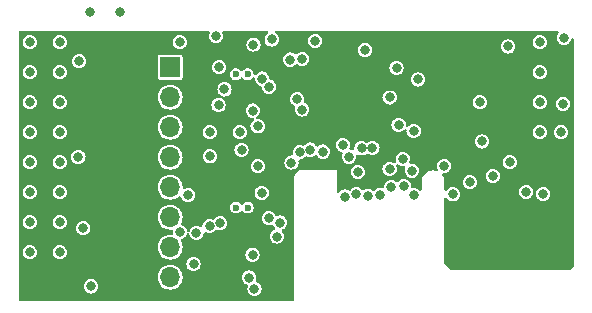
<source format=gbr>
%TF.GenerationSoftware,KiCad,Pcbnew,8.0.5*%
%TF.CreationDate,2024-11-08T07:47:22+00:00*%
%TF.ProjectId,ADE_Aux_V4,4144455f-4175-4785-9f56-342e6b696361,rev?*%
%TF.SameCoordinates,Original*%
%TF.FileFunction,Copper,L3,Inr*%
%TF.FilePolarity,Positive*%
%FSLAX46Y46*%
G04 Gerber Fmt 4.6, Leading zero omitted, Abs format (unit mm)*
G04 Created by KiCad (PCBNEW 8.0.5) date 2024-11-08 07:47:22*
%MOMM*%
%LPD*%
G01*
G04 APERTURE LIST*
%TA.AperFunction,ComponentPad*%
%ADD10C,0.600000*%
%TD*%
%TA.AperFunction,ComponentPad*%
%ADD11R,1.700000X1.700000*%
%TD*%
%TA.AperFunction,ComponentPad*%
%ADD12O,1.700000X1.700000*%
%TD*%
%TA.AperFunction,ViaPad*%
%ADD13C,0.800000*%
%TD*%
G04 APERTURE END LIST*
D10*
%TO.N,/UM*%
%TO.C,U3*%
X-1180000Y36100000D03*
X-180000Y36100000D03*
%TD*%
%TO.N,/UM*%
%TO.C,U1*%
X-1180000Y24810000D03*
X-180000Y24810000D03*
%TD*%
D11*
%TO.N,/RRP*%
%TO.C,J15*%
X-6750200Y36692980D03*
D12*
%TO.N,/RRM*%
X-6750200Y34152980D03*
%TO.N,/RSP*%
X-6750200Y31612980D03*
%TO.N,/RSM*%
X-6750200Y29072980D03*
%TO.N,/RTP*%
X-6750200Y26532980D03*
%TO.N,/RTM*%
X-6750200Y23992980D03*
%TO.N,/RNP*%
X-6750200Y21452980D03*
%TO.N,/RNM*%
X-6750200Y18912980D03*
%TD*%
D13*
%TO.N,GND*%
X-11020000Y41360000D03*
X26593800Y39192200D03*
X-18640000Y36280000D03*
X-16100000Y33740000D03*
X16459200Y28346400D03*
X-5940000Y38820000D03*
X4430000Y37400000D03*
X-3400000Y31200000D03*
X-14440000Y37200000D03*
X-14100000Y23060000D03*
X-18640000Y28660000D03*
X24540000Y33740000D03*
X-18640000Y26120000D03*
X26339800Y31191200D03*
X4428453Y33111500D03*
X17170400Y25933400D03*
X-16100000Y36280000D03*
X-13450000Y18140000D03*
X-16100000Y23580000D03*
X24540000Y38820000D03*
X390000Y17940000D03*
X9457677Y29825500D03*
X13716000Y27940000D03*
X-16100000Y38820000D03*
X5540000Y38930000D03*
X-13560000Y41360000D03*
X-18640000Y31200000D03*
X22000000Y28660000D03*
X24540000Y36280000D03*
X-16100000Y31200000D03*
X-18640000Y21040000D03*
X-2870200Y39344600D03*
X12598400Y31826200D03*
X-16100000Y26120000D03*
X13868400Y25857200D03*
X24540000Y31200000D03*
X11836400Y28092400D03*
X-18640000Y33740000D03*
X12954000Y28930600D03*
X1001000Y26060000D03*
X3429000Y37338000D03*
X670000Y28320000D03*
X-16100000Y21040000D03*
X19460000Y33740000D03*
X11836400Y34137600D03*
X-5230000Y25880000D03*
X660000Y31690000D03*
X-18640000Y38820000D03*
X-16100000Y28660000D03*
X-860000Y31200000D03*
X1850000Y39045500D03*
X-18640000Y23580000D03*
X26517600Y33604200D03*
X-14520000Y29090000D03*
%TO.N,+3V3*%
X19507200Y34950400D03*
X11861800Y29667200D03*
X11050000Y37425000D03*
X10575000Y28775000D03*
X-2190000Y25740000D03*
X26924000Y26187400D03*
X25806400Y26111200D03*
X-5420000Y17550000D03*
X-1975500Y37553372D03*
X25831800Y35128200D03*
X23444200Y29514800D03*
%TO.N,/AVDDOUT*%
X7863900Y30124400D03*
%TO.N,/DVDDOUT*%
X9753600Y38150800D03*
%TO.N,/REF*%
X4013200Y33985200D03*
%TO.N,/ISP*%
X1040000Y35730000D03*
X-2150000Y34820000D03*
%TO.N,/INP*%
X2550000Y23540000D03*
X-2510000Y23480000D03*
%TO.N,/UR+*%
X11970000Y26540000D03*
X3524020Y28620000D03*
%TO.N,/US+*%
X10000000Y25800000D03*
X9143911Y27833911D03*
X5100000Y29720000D03*
%TO.N,/UT+*%
X8050000Y25740000D03*
%TO.N,/ADE_Reset*%
X21869400Y38455600D03*
X24841200Y25958800D03*
%TO.N,/O_IN*%
X10375000Y29850000D03*
%TO.N,Net-(U1A--)*%
X-3410000Y23230000D03*
X230000Y20824500D03*
%TO.N,Net-(U3A--)*%
X260000Y33020000D03*
X-2650000Y33470000D03*
%TO.N,Net-(U1B--)*%
X-700000Y29710000D03*
X-3390000Y29150000D03*
%TO.N,/SCLK*%
X20570000Y27480000D03*
%TO.N,/MOSI*%
X14230000Y35660000D03*
X18630000Y26960000D03*
X19650000Y30410000D03*
%TO.N,/SS*%
X12420000Y36650000D03*
X13868400Y31292800D03*
%TO.N,/RN*%
X-5934500Y22738843D03*
X-4520000Y22670000D03*
%TO.N,Net-(U3B--)*%
X309163Y38610563D03*
X-2600000Y36690000D03*
%TO.N,/UM*%
X1610000Y23910000D03*
X1625500Y35047145D03*
X2277484Y22357547D03*
%TO.N,/C+*%
X-70000Y18890000D03*
%TO.N,/UR-*%
X4230000Y29490000D03*
X13040000Y26640000D03*
%TO.N,/US-*%
X11000000Y25870000D03*
X6182300Y29546200D03*
X8393411Y29123411D03*
%TO.N,/UT-*%
X9020000Y25950000D03*
%TO.N,/C-*%
X-4765656Y20033911D03*
%TO.N,/SYN*%
X23393400Y26136600D03*
%TD*%
%TA.AperFunction,Conductor*%
%TO.N,+3V3*%
G36*
X-3461770Y39756398D02*
G01*
X-3415277Y39702742D01*
X-3405173Y39632468D01*
X-3413479Y39602190D01*
X-3455244Y39501362D01*
X-3475882Y39344600D01*
X-3455244Y39187838D01*
X-3394736Y39041759D01*
X-3298482Y38916318D01*
X-3173042Y38820065D01*
X-3173039Y38820063D01*
X-3026960Y38759555D01*
X-2870200Y38738918D01*
X-2713439Y38759555D01*
X-2567360Y38820063D01*
X-2567357Y38820065D01*
X-2441918Y38916318D01*
X-2345665Y39041757D01*
X-2345663Y39041760D01*
X-2285155Y39187839D01*
X-2264518Y39344599D01*
X-2264518Y39344600D01*
X-2285155Y39501358D01*
X-2285155Y39501359D01*
X-2285156Y39501362D01*
X-2326918Y39602185D01*
X-2334507Y39672771D01*
X-2302728Y39736258D01*
X-2241670Y39772486D01*
X-2210509Y39776400D01*
X1444914Y39776400D01*
X1513035Y39756398D01*
X1559528Y39702742D01*
X1569632Y39632468D01*
X1540138Y39567888D01*
X1521622Y39550441D01*
X1421718Y39473782D01*
X1325465Y39348342D01*
X1325463Y39348339D01*
X1264955Y39202260D01*
X1244318Y39045500D01*
X1244318Y39045499D01*
X1264955Y38888739D01*
X1325463Y38742660D01*
X1325465Y38742657D01*
X1421718Y38617218D01*
X1547157Y38520965D01*
X1547160Y38520963D01*
X1693239Y38460455D01*
X1850000Y38439818D01*
X2006760Y38460455D01*
X2152839Y38520963D01*
X2152842Y38520965D01*
X2278282Y38617218D01*
X2374536Y38742659D01*
X2435044Y38888738D01*
X2440476Y38930000D01*
X4934318Y38930000D01*
X4934318Y38929999D01*
X4954955Y38773239D01*
X5015463Y38627160D01*
X5015465Y38627157D01*
X5111718Y38501718D01*
X5237157Y38405465D01*
X5237160Y38405463D01*
X5383239Y38344955D01*
X5540000Y38324318D01*
X5696760Y38344955D01*
X5842839Y38405463D01*
X5842842Y38405465D01*
X5887612Y38439818D01*
X5968282Y38501718D01*
X6064536Y38627159D01*
X6125044Y38773238D01*
X6139610Y38883881D01*
X6145682Y38929999D01*
X6145682Y38930000D01*
X6139082Y38980134D01*
X6125044Y39086762D01*
X6064536Y39232841D01*
X5968282Y39358282D01*
X5842841Y39454536D01*
X5696762Y39515044D01*
X5617506Y39525478D01*
X5552580Y39554200D01*
X5542203Y39569930D01*
X5541271Y39567888D01*
X5481545Y39529504D01*
X5462493Y39525478D01*
X5383238Y39515044D01*
X5237159Y39454536D01*
X5111718Y39358282D01*
X5015465Y39232842D01*
X5015463Y39232839D01*
X4954955Y39086760D01*
X4934318Y38930000D01*
X2440476Y38930000D01*
X2454357Y39035438D01*
X2455682Y39045499D01*
X2455682Y39045500D01*
X2436369Y39192199D01*
X2435044Y39202262D01*
X2374536Y39348341D01*
X2278282Y39473782D01*
X2178380Y39550438D01*
X2136515Y39607775D01*
X2132293Y39678646D01*
X2167057Y39740549D01*
X2229769Y39773830D01*
X2255086Y39776400D01*
X5446047Y39776400D01*
X5514168Y39756398D01*
X5539427Y39727246D01*
X5550313Y39744636D01*
X5614538Y39774895D01*
X5633953Y39776400D01*
X26029655Y39776400D01*
X26097776Y39756398D01*
X26144269Y39702742D01*
X26154373Y39632468D01*
X26129618Y39573697D01*
X26069268Y39495046D01*
X26069263Y39495039D01*
X26008755Y39348960D01*
X25988118Y39192200D01*
X25988118Y39192199D01*
X26008755Y39035439D01*
X26069263Y38889360D01*
X26069265Y38889357D01*
X26165518Y38763918D01*
X26290957Y38667665D01*
X26290960Y38667663D01*
X26437039Y38607155D01*
X26593800Y38586518D01*
X26750560Y38607155D01*
X26896639Y38667663D01*
X26896642Y38667665D01*
X27022082Y38763918D01*
X27118336Y38889359D01*
X27178844Y39035438D01*
X27181078Y39052407D01*
X27209800Y39117335D01*
X27269066Y39156426D01*
X27340057Y39157271D01*
X27400236Y39119601D01*
X27430495Y39055375D01*
X27432000Y39035961D01*
X27432000Y19884190D01*
X27411998Y19816069D01*
X27395095Y19795095D01*
X27186905Y19586905D01*
X27124593Y19552879D01*
X27097810Y19550000D01*
X17002190Y19550000D01*
X16934069Y19570002D01*
X16913095Y19586905D01*
X16486905Y20013095D01*
X16452879Y20075407D01*
X16450000Y20102190D01*
X16450000Y25514629D01*
X16470002Y25582750D01*
X16523658Y25629243D01*
X16593932Y25639347D01*
X16658512Y25609853D01*
X16675962Y25591333D01*
X16742115Y25505120D01*
X16867557Y25408865D01*
X16867560Y25408863D01*
X17013639Y25348355D01*
X17170400Y25327718D01*
X17327160Y25348355D01*
X17473239Y25408863D01*
X17473242Y25408865D01*
X17473753Y25409257D01*
X17598682Y25505118D01*
X17694936Y25630559D01*
X17755444Y25776638D01*
X17776082Y25933400D01*
X17755444Y26090162D01*
X17736209Y26136600D01*
X22787718Y26136600D01*
X22787718Y26136599D01*
X22808355Y25979839D01*
X22868863Y25833760D01*
X22868865Y25833757D01*
X22965118Y25708318D01*
X23090557Y25612065D01*
X23090560Y25612063D01*
X23236639Y25551555D01*
X23393400Y25530918D01*
X23550160Y25551555D01*
X23696239Y25612063D01*
X23696242Y25612065D01*
X23718629Y25629243D01*
X23821682Y25708318D01*
X23917936Y25833759D01*
X23969730Y25958800D01*
X24235518Y25958800D01*
X24235518Y25958799D01*
X24256155Y25802039D01*
X24316663Y25655960D01*
X24316665Y25655957D01*
X24412918Y25530518D01*
X24538357Y25434265D01*
X24538360Y25434263D01*
X24684439Y25373755D01*
X24841200Y25353118D01*
X24997960Y25373755D01*
X25144039Y25434263D01*
X25144042Y25434265D01*
X25153755Y25441718D01*
X25269482Y25530518D01*
X25365736Y25655959D01*
X25426244Y25802038D01*
X25446882Y25958800D01*
X25426244Y26115562D01*
X25365736Y26261641D01*
X25269482Y26387082D01*
X25144041Y26483336D01*
X24997962Y26543844D01*
X24841200Y26564482D01*
X24684438Y26543844D01*
X24538359Y26483336D01*
X24412918Y26387082D01*
X24316987Y26262062D01*
X24316665Y26261642D01*
X24316663Y26261639D01*
X24256155Y26115560D01*
X24235518Y25958800D01*
X23969730Y25958800D01*
X23978444Y25979838D01*
X23995806Y26111718D01*
X23999082Y26136599D01*
X23999082Y26136600D01*
X23993543Y26178671D01*
X23978444Y26293362D01*
X23917936Y26439441D01*
X23821682Y26564882D01*
X23696241Y26661136D01*
X23550162Y26721644D01*
X23393400Y26742282D01*
X23236638Y26721644D01*
X23090559Y26661136D01*
X22965118Y26564882D01*
X22868865Y26439442D01*
X22868863Y26439439D01*
X22808355Y26293360D01*
X22787718Y26136600D01*
X17736209Y26136600D01*
X17694936Y26236241D01*
X17598682Y26361682D01*
X17473241Y26457936D01*
X17327162Y26518444D01*
X17170400Y26539082D01*
X17013638Y26518444D01*
X16867559Y26457936D01*
X16742118Y26361682D01*
X16675961Y26275464D01*
X16618625Y26233599D01*
X16547754Y26229377D01*
X16485851Y26264141D01*
X16452570Y26326853D01*
X16450000Y26352170D01*
X16450000Y26960000D01*
X18024318Y26960000D01*
X18024318Y26959999D01*
X18044955Y26803239D01*
X18105463Y26657160D01*
X18105465Y26657157D01*
X18201718Y26531718D01*
X18327157Y26435465D01*
X18327160Y26435463D01*
X18473239Y26374955D01*
X18630000Y26354318D01*
X18786760Y26374955D01*
X18932839Y26435463D01*
X18932842Y26435465D01*
X18933341Y26435848D01*
X19058282Y26531718D01*
X19154536Y26657159D01*
X19215044Y26803238D01*
X19235682Y26960000D01*
X19215044Y27116762D01*
X19154536Y27262841D01*
X19058282Y27388282D01*
X18938752Y27480000D01*
X19964318Y27480000D01*
X19964318Y27479999D01*
X19984955Y27323239D01*
X20045463Y27177160D01*
X20045465Y27177157D01*
X20141718Y27051718D01*
X20267157Y26955465D01*
X20267160Y26955463D01*
X20413239Y26894955D01*
X20570000Y26874318D01*
X20726760Y26894955D01*
X20872839Y26955463D01*
X20872842Y26955465D01*
X20998282Y27051718D01*
X21094536Y27177159D01*
X21155044Y27323238D01*
X21175196Y27476308D01*
X21175682Y27479999D01*
X21175682Y27480000D01*
X21172081Y27507355D01*
X21155044Y27636762D01*
X21094536Y27782841D01*
X20998282Y27908282D01*
X20872841Y28004536D01*
X20726762Y28065044D01*
X20570000Y28085682D01*
X20413238Y28065044D01*
X20267159Y28004536D01*
X20141718Y27908282D01*
X20045769Y27783238D01*
X20045465Y27782842D01*
X20045463Y27782839D01*
X19984955Y27636760D01*
X19964318Y27480000D01*
X18938752Y27480000D01*
X18932841Y27484536D01*
X18786762Y27545044D01*
X18630000Y27565682D01*
X18473238Y27545044D01*
X18327159Y27484536D01*
X18201718Y27388282D01*
X18118162Y27279389D01*
X18105465Y27262842D01*
X18105463Y27262839D01*
X18044955Y27116760D01*
X18024318Y26960000D01*
X16450000Y26960000D01*
X16450000Y27000000D01*
X16447398Y27099574D01*
X16443745Y27116760D01*
X16405992Y27294375D01*
X16324990Y27476308D01*
X16270752Y27550960D01*
X16246895Y27617826D01*
X16262975Y27686978D01*
X16313888Y27736458D01*
X16383471Y27750558D01*
X16389135Y27749942D01*
X16459200Y27740718D01*
X16615960Y27761355D01*
X16762039Y27821863D01*
X16762042Y27821865D01*
X16887482Y27918118D01*
X16983736Y28043559D01*
X17044244Y28189638D01*
X17064882Y28346400D01*
X17044244Y28503162D01*
X16983736Y28649241D01*
X16975480Y28660000D01*
X21394318Y28660000D01*
X21394318Y28659999D01*
X21414955Y28503239D01*
X21475463Y28357160D01*
X21475465Y28357157D01*
X21571718Y28231718D01*
X21697157Y28135465D01*
X21697160Y28135463D01*
X21843239Y28074955D01*
X22000000Y28054318D01*
X22156760Y28074955D01*
X22302839Y28135463D01*
X22302842Y28135465D01*
X22304517Y28136750D01*
X22428282Y28231718D01*
X22524536Y28357159D01*
X22585044Y28503238D01*
X22605682Y28660000D01*
X22585044Y28816762D01*
X22524536Y28962841D01*
X22428282Y29088282D01*
X22302841Y29184536D01*
X22156762Y29245044D01*
X22000000Y29265682D01*
X21843238Y29245044D01*
X21697159Y29184536D01*
X21571718Y29088282D01*
X21477477Y28965464D01*
X21475465Y28962842D01*
X21475463Y28962839D01*
X21414955Y28816760D01*
X21394318Y28660000D01*
X16975480Y28660000D01*
X16887482Y28774682D01*
X16762041Y28870936D01*
X16615962Y28931444D01*
X16459200Y28952082D01*
X16302438Y28931444D01*
X16156359Y28870936D01*
X16030918Y28774682D01*
X15980908Y28709507D01*
X15934665Y28649242D01*
X15934663Y28649239D01*
X15874155Y28503160D01*
X15853518Y28346400D01*
X15853518Y28346399D01*
X15874155Y28189639D01*
X15920358Y28078096D01*
X15927947Y28007506D01*
X15896167Y27944019D01*
X15835109Y27907792D01*
X15765014Y27910044D01*
X15698060Y27931800D01*
X15500000Y27952617D01*
X15301940Y27931800D01*
X15112536Y27870258D01*
X14940066Y27770683D01*
X14940063Y27770680D01*
X14940061Y27770679D01*
X14792069Y27637427D01*
X14675012Y27476312D01*
X14594008Y27294375D01*
X14552601Y27099574D01*
X14550000Y27000000D01*
X14550000Y26326535D01*
X14529998Y26258414D01*
X14476342Y26211921D01*
X14406068Y26201817D01*
X14341488Y26231311D01*
X14324037Y26249832D01*
X14314975Y26261642D01*
X14296682Y26285482D01*
X14171241Y26381736D01*
X14025162Y26442244D01*
X13868400Y26462882D01*
X13780823Y26451352D01*
X13710677Y26462291D01*
X13657578Y26509419D01*
X13638388Y26577773D01*
X13639456Y26592710D01*
X13645682Y26640000D01*
X13625044Y26796762D01*
X13564536Y26942841D01*
X13468282Y27068282D01*
X13342841Y27164536D01*
X13196762Y27225044D01*
X13040000Y27245682D01*
X12883238Y27225044D01*
X12737159Y27164536D01*
X12611718Y27068282D01*
X12611716Y27068280D01*
X12611715Y27068279D01*
X12561027Y27002221D01*
X12503689Y26960354D01*
X12432818Y26956132D01*
X12384365Y26978960D01*
X12272841Y27064536D01*
X12126762Y27125044D01*
X11970000Y27145682D01*
X11813238Y27125044D01*
X11667159Y27064536D01*
X11541718Y26968282D01*
X11445465Y26842842D01*
X11445463Y26842839D01*
X11384955Y26696760D01*
X11364411Y26540711D01*
X11335688Y26475784D01*
X11276423Y26436693D01*
X11205431Y26435848D01*
X11191274Y26440748D01*
X11156762Y26455044D01*
X11000000Y26475682D01*
X10843238Y26455044D01*
X10697159Y26394536D01*
X10571718Y26298282D01*
X10571717Y26298280D01*
X10571716Y26298280D01*
X10561456Y26284909D01*
X10504118Y26243043D01*
X10433246Y26238822D01*
X10384795Y26261650D01*
X10302841Y26324536D01*
X10156762Y26385044D01*
X10000000Y26405682D01*
X9843238Y26385044D01*
X9697159Y26324536D01*
X9666431Y26300958D01*
X9600214Y26275358D01*
X9530665Y26289622D01*
X9489767Y26324216D01*
X9448282Y26378282D01*
X9322841Y26474536D01*
X9176762Y26535044D01*
X9020000Y26555682D01*
X8863238Y26535044D01*
X8717159Y26474536D01*
X8591718Y26378282D01*
X8524962Y26291283D01*
X8467624Y26249416D01*
X8396753Y26245194D01*
X8360957Y26262062D01*
X8360000Y26260404D01*
X8352848Y26264532D01*
X8352844Y26264533D01*
X8352841Y26264536D01*
X8206762Y26325044D01*
X8050000Y26345682D01*
X7893238Y26325044D01*
X7747159Y26264536D01*
X7621718Y26168282D01*
X7575961Y26108651D01*
X7518625Y26066785D01*
X7447754Y26062563D01*
X7385851Y26097327D01*
X7352570Y26160039D01*
X7350000Y26185356D01*
X7350000Y27833911D01*
X8538229Y27833911D01*
X8538229Y27833910D01*
X8558866Y27677150D01*
X8619374Y27531071D01*
X8619376Y27531068D01*
X8715629Y27405629D01*
X8841068Y27309376D01*
X8841071Y27309374D01*
X8987150Y27248866D01*
X9143911Y27228229D01*
X9300671Y27248866D01*
X9446750Y27309374D01*
X9446753Y27309376D01*
X9572193Y27405629D01*
X9668447Y27531070D01*
X9728955Y27677149D01*
X9749593Y27833911D01*
X9728955Y27990673D01*
X9686818Y28092400D01*
X11230718Y28092400D01*
X11230718Y28092399D01*
X11251355Y27935639D01*
X11311863Y27789560D01*
X11311865Y27789557D01*
X11408118Y27664118D01*
X11533557Y27567865D01*
X11533560Y27567863D01*
X11679639Y27507355D01*
X11836400Y27486718D01*
X11993160Y27507355D01*
X12139239Y27567863D01*
X12139242Y27567865D01*
X12139784Y27568281D01*
X12264682Y27664118D01*
X12360936Y27789559D01*
X12421444Y27935638D01*
X12435652Y28043560D01*
X12442082Y28092399D01*
X12442082Y28092400D01*
X12441378Y28097748D01*
X12421444Y28249162D01*
X12399093Y28303120D01*
X12391504Y28373707D01*
X12423282Y28437195D01*
X12484340Y28473423D01*
X12555291Y28470890D01*
X12592205Y28451300D01*
X12651152Y28406068D01*
X12651160Y28406063D01*
X12797239Y28345555D01*
X12954000Y28324918D01*
X13024747Y28334232D01*
X13094895Y28323293D01*
X13147994Y28276165D01*
X13167184Y28207811D01*
X13157602Y28161093D01*
X13130956Y28096762D01*
X13110318Y27940000D01*
X13110318Y27939999D01*
X13130955Y27783239D01*
X13191463Y27637160D01*
X13191465Y27637157D01*
X13287718Y27511718D01*
X13413157Y27415465D01*
X13413160Y27415463D01*
X13559239Y27354955D01*
X13716000Y27334318D01*
X13872760Y27354955D01*
X14018839Y27415463D01*
X14018842Y27415465D01*
X14144282Y27511718D01*
X14240536Y27637159D01*
X14301044Y27783238D01*
X14318801Y27918118D01*
X14321682Y27939999D01*
X14321682Y27940000D01*
X14311524Y28017160D01*
X14301044Y28096762D01*
X14240536Y28242841D01*
X14144282Y28368282D01*
X14018841Y28464536D01*
X13872762Y28525044D01*
X13716000Y28545682D01*
X13645249Y28536367D01*
X13575105Y28547306D01*
X13522006Y28594433D01*
X13502815Y28662787D01*
X13512397Y28709507D01*
X13517455Y28721718D01*
X13539044Y28773838D01*
X13559682Y28930600D01*
X13539044Y29087362D01*
X13478536Y29233441D01*
X13382282Y29358882D01*
X13256841Y29455136D01*
X13110762Y29515644D01*
X12954000Y29536282D01*
X12797238Y29515644D01*
X12651159Y29455136D01*
X12525718Y29358882D01*
X12437073Y29243357D01*
X12429465Y29233442D01*
X12429463Y29233439D01*
X12368955Y29087360D01*
X12348318Y28930600D01*
X12348318Y28930599D01*
X12368956Y28773837D01*
X12391306Y28719879D01*
X12398895Y28649289D01*
X12367115Y28585803D01*
X12306057Y28549576D01*
X12235105Y28552110D01*
X12198198Y28571696D01*
X12139241Y28616936D01*
X11993162Y28677444D01*
X11836400Y28698082D01*
X11679638Y28677444D01*
X11533559Y28616936D01*
X11408118Y28520682D01*
X11320172Y28406068D01*
X11311865Y28395242D01*
X11311863Y28395239D01*
X11251355Y28249160D01*
X11230718Y28092400D01*
X9686818Y28092400D01*
X9668447Y28136752D01*
X9572193Y28262193D01*
X9446752Y28358447D01*
X9300673Y28418955D01*
X9143911Y28439593D01*
X8987149Y28418955D01*
X8841070Y28358447D01*
X8715629Y28262193D01*
X8619376Y28136753D01*
X8619374Y28136750D01*
X8558866Y27990671D01*
X8538229Y27833911D01*
X7350000Y27833911D01*
X7350000Y27950000D01*
X4200000Y27950000D01*
X3800000Y27550000D01*
X3750000Y27500000D01*
X3750000Y27499999D01*
X3750000Y17042400D01*
X3729998Y16974279D01*
X3676342Y16927786D01*
X3624000Y16916400D01*
X-19432000Y16916400D01*
X-19500121Y16936402D01*
X-19546614Y16990058D01*
X-19558000Y17042400D01*
X-19558000Y18140000D01*
X-14055682Y18140000D01*
X-14035044Y17983238D01*
X-13974536Y17837159D01*
X-13878282Y17711718D01*
X-13752842Y17615465D01*
X-13752839Y17615463D01*
X-13606760Y17554955D01*
X-13450000Y17534318D01*
X-13293239Y17554955D01*
X-13147160Y17615463D01*
X-13147157Y17615465D01*
X-13021718Y17711718D01*
X-12925465Y17837157D01*
X-12925463Y17837160D01*
X-12864955Y17983239D01*
X-12844318Y18139999D01*
X-12844318Y18140000D01*
X-12864955Y18296760D01*
X-12925463Y18442839D01*
X-12925465Y18442842D01*
X-12976249Y18509025D01*
X-13021718Y18568282D01*
X-13147159Y18664536D01*
X-13293238Y18725044D01*
X-13450000Y18745682D01*
X-13606762Y18725044D01*
X-13752841Y18664536D01*
X-13878282Y18568282D01*
X-13974536Y18442841D01*
X-14035044Y18296762D01*
X-14055682Y18140000D01*
X-19558000Y18140000D01*
X-19558000Y18912983D01*
X-7805783Y18912983D01*
X-7805783Y18912976D01*
X-7789306Y18745682D01*
X-7785500Y18707046D01*
X-7725432Y18509026D01*
X-7627885Y18326530D01*
X-7496610Y18166570D01*
X-7336650Y18035295D01*
X-7336648Y18035294D01*
X-7336647Y18035293D01*
X-7154154Y17937748D01*
X-6956127Y17877678D01*
X-6750203Y17857397D01*
X-6750200Y17857397D01*
X-6750197Y17857397D01*
X-6544272Y17877678D01*
X-6346245Y17937748D01*
X-6163752Y18035293D01*
X-6003790Y18166570D01*
X-5872513Y18326532D01*
X-5774968Y18509025D01*
X-5714898Y18707052D01*
X-5696880Y18890000D01*
X-675682Y18890000D01*
X-655044Y18733238D01*
X-594536Y18587159D01*
X-498282Y18461718D01*
X-372841Y18365464D01*
X-242487Y18311469D01*
X-187208Y18266923D01*
X-164787Y18199559D01*
X-174298Y18146846D01*
X-195044Y18096762D01*
X-215682Y17940000D01*
X-195044Y17783238D01*
X-134536Y17637159D01*
X-38282Y17511718D01*
X35646Y17454990D01*
X87157Y17415465D01*
X87160Y17415463D01*
X233239Y17354955D01*
X390000Y17334318D01*
X546760Y17354955D01*
X692839Y17415463D01*
X692842Y17415465D01*
X818282Y17511718D01*
X914536Y17637159D01*
X975044Y17783238D01*
X995682Y17940000D01*
X975044Y18096762D01*
X914536Y18242841D01*
X818282Y18368282D01*
X692841Y18464536D01*
X562486Y18518530D01*
X507208Y18563076D01*
X484787Y18630439D01*
X494299Y18683156D01*
X515044Y18733238D01*
X535682Y18890000D01*
X515044Y19046762D01*
X454536Y19192841D01*
X358282Y19318282D01*
X232841Y19414536D01*
X86762Y19475044D01*
X-70000Y19495682D01*
X-226762Y19475044D01*
X-372841Y19414536D01*
X-498282Y19318282D01*
X-594536Y19192841D01*
X-655044Y19046762D01*
X-675682Y18890000D01*
X-5696880Y18890000D01*
X-5694617Y18912976D01*
X-5694617Y18912983D01*
X-5714898Y19118907D01*
X-5774968Y19316934D01*
X-5872513Y19499427D01*
X-5880677Y19509375D01*
X-6003790Y19659390D01*
X-6163750Y19790665D01*
X-6346246Y19888212D01*
X-6544266Y19948280D01*
X-6544270Y19948280D01*
X-6544272Y19948281D01*
X-6750197Y19968563D01*
X-6750203Y19968563D01*
X-6956127Y19948281D01*
X-6956128Y19948280D01*
X-6956134Y19948280D01*
X-7154154Y19888212D01*
X-7336650Y19790665D01*
X-7496610Y19659390D01*
X-7627885Y19499430D01*
X-7725432Y19316934D01*
X-7785500Y19118914D01*
X-7785500Y19118908D01*
X-7785501Y19118907D01*
X-7805783Y18912983D01*
X-19558000Y18912983D01*
X-19558000Y20033911D01*
X-5371338Y20033911D01*
X-5350700Y19877149D01*
X-5290192Y19731070D01*
X-5193938Y19605629D01*
X-5068498Y19509376D01*
X-5068495Y19509374D01*
X-4922416Y19448866D01*
X-4765656Y19428229D01*
X-4608895Y19448866D01*
X-4462816Y19509374D01*
X-4462813Y19509376D01*
X-4337374Y19605629D01*
X-4241121Y19731068D01*
X-4241119Y19731071D01*
X-4180611Y19877150D01*
X-4159974Y20033910D01*
X-4159974Y20033911D01*
X-4180611Y20190671D01*
X-4241119Y20336750D01*
X-4241121Y20336753D01*
X-4286750Y20396218D01*
X-4337374Y20462193D01*
X-4462815Y20558447D01*
X-4608894Y20618955D01*
X-4765656Y20639593D01*
X-4922418Y20618955D01*
X-5068497Y20558447D01*
X-5193938Y20462193D01*
X-5290192Y20336752D01*
X-5350700Y20190673D01*
X-5371338Y20033911D01*
X-19558000Y20033911D01*
X-19558000Y21040000D01*
X-19245682Y21040000D01*
X-19225044Y20883238D01*
X-19164536Y20737159D01*
X-19068282Y20611718D01*
X-18950912Y20521657D01*
X-18942842Y20515465D01*
X-18942839Y20515463D01*
X-18796760Y20454955D01*
X-18640000Y20434318D01*
X-18483239Y20454955D01*
X-18337160Y20515463D01*
X-18337157Y20515465D01*
X-18211718Y20611718D01*
X-18115465Y20737157D01*
X-18115463Y20737160D01*
X-18054955Y20883239D01*
X-18034318Y21039999D01*
X-18034318Y21040000D01*
X-16705682Y21040000D01*
X-16685044Y20883238D01*
X-16624536Y20737159D01*
X-16528282Y20611718D01*
X-16410912Y20521657D01*
X-16402842Y20515465D01*
X-16402839Y20515463D01*
X-16256760Y20454955D01*
X-16100000Y20434318D01*
X-15943239Y20454955D01*
X-15797160Y20515463D01*
X-15797157Y20515465D01*
X-15671718Y20611718D01*
X-15575465Y20737157D01*
X-15575463Y20737160D01*
X-15514955Y20883239D01*
X-15494318Y21039999D01*
X-15494318Y21040000D01*
X-15514955Y21196760D01*
X-15575463Y21342839D01*
X-15575465Y21342842D01*
X-15626647Y21409544D01*
X-15671718Y21468282D01*
X-15797159Y21564536D01*
X-15943238Y21625044D01*
X-16100000Y21645682D01*
X-16256762Y21625044D01*
X-16402841Y21564536D01*
X-16528282Y21468282D01*
X-16624536Y21342841D01*
X-16685044Y21196762D01*
X-16705682Y21040000D01*
X-18034318Y21040000D01*
X-18054955Y21196760D01*
X-18115463Y21342839D01*
X-18115465Y21342842D01*
X-18166647Y21409544D01*
X-18211718Y21468282D01*
X-18337159Y21564536D01*
X-18483238Y21625044D01*
X-18640000Y21645682D01*
X-18796762Y21625044D01*
X-18942841Y21564536D01*
X-19068282Y21468282D01*
X-19164536Y21342841D01*
X-19225044Y21196762D01*
X-19245682Y21040000D01*
X-19558000Y21040000D01*
X-19558000Y23580000D01*
X-19245682Y23580000D01*
X-19225044Y23423238D01*
X-19164536Y23277159D01*
X-19068282Y23151718D01*
X-18948752Y23060000D01*
X-18942842Y23055465D01*
X-18942839Y23055463D01*
X-18796760Y22994955D01*
X-18640000Y22974318D01*
X-18483239Y22994955D01*
X-18337160Y23055463D01*
X-18337157Y23055465D01*
X-18211718Y23151718D01*
X-18115465Y23277157D01*
X-18115463Y23277160D01*
X-18054955Y23423239D01*
X-18034318Y23579999D01*
X-18034318Y23580000D01*
X-16705682Y23580000D01*
X-16685044Y23423238D01*
X-16624536Y23277159D01*
X-16528282Y23151718D01*
X-16408752Y23060000D01*
X-16402842Y23055465D01*
X-16402839Y23055463D01*
X-16256760Y22994955D01*
X-16100000Y22974318D01*
X-15943239Y22994955D01*
X-15797160Y23055463D01*
X-15797157Y23055465D01*
X-15791247Y23060000D01*
X-14705682Y23060000D01*
X-14705682Y23059999D01*
X-14699819Y23015465D01*
X-14685044Y22903238D01*
X-14624536Y22757159D01*
X-14528282Y22631718D01*
X-14402842Y22535465D01*
X-14402839Y22535463D01*
X-14256760Y22474955D01*
X-14100000Y22454318D01*
X-13943239Y22474955D01*
X-13797160Y22535463D01*
X-13797157Y22535465D01*
X-13671718Y22631718D01*
X-13575465Y22757157D01*
X-13575463Y22757160D01*
X-13514955Y22903239D01*
X-13494318Y23059999D01*
X-13494318Y23060000D01*
X-13514955Y23216760D01*
X-13575463Y23362839D01*
X-13575465Y23362842D01*
X-13671718Y23488282D01*
X-13797159Y23584536D01*
X-13943238Y23645044D01*
X-14100000Y23665682D01*
X-14256762Y23645044D01*
X-14402841Y23584536D01*
X-14528282Y23488282D01*
X-14624536Y23362841D01*
X-14685044Y23216762D01*
X-14698577Y23113966D01*
X-14705682Y23060000D01*
X-15791247Y23060000D01*
X-15671718Y23151718D01*
X-15575465Y23277157D01*
X-15575463Y23277160D01*
X-15514955Y23423239D01*
X-15494318Y23579999D01*
X-15494318Y23580000D01*
X-15514955Y23736760D01*
X-15575463Y23882839D01*
X-15575465Y23882842D01*
X-15596304Y23910000D01*
X-15659979Y23992983D01*
X-7805783Y23992983D01*
X-7805783Y23992976D01*
X-7790291Y23835682D01*
X-7785500Y23787046D01*
X-7725432Y23589026D01*
X-7627885Y23406530D01*
X-7496610Y23246570D01*
X-7336650Y23115295D01*
X-7336648Y23115294D01*
X-7336647Y23115293D01*
X-7224717Y23055465D01*
X-7154154Y23017748D01*
X-6974427Y22963229D01*
X-6956127Y22957678D01*
X-6750203Y22937397D01*
X-6750200Y22937397D01*
X-6750195Y22937397D01*
X-6668932Y22945400D01*
X-6599179Y22932171D01*
X-6547651Y22883330D01*
X-6530708Y22814385D01*
X-6531658Y22803582D01*
X-6540182Y22738843D01*
X-6535787Y22705463D01*
X-6527430Y22641981D01*
X-6538369Y22571832D01*
X-6585498Y22518734D01*
X-6653851Y22499544D01*
X-6664699Y22500141D01*
X-6704034Y22504016D01*
X-6750198Y22508563D01*
X-6750203Y22508563D01*
X-6956127Y22488281D01*
X-6956128Y22488280D01*
X-6956134Y22488280D01*
X-7154154Y22428212D01*
X-7336650Y22330665D01*
X-7496610Y22199390D01*
X-7627885Y22039430D01*
X-7725432Y21856934D01*
X-7785500Y21658914D01*
X-7785500Y21658908D01*
X-7785501Y21658907D01*
X-7805783Y21452983D01*
X-7805783Y21452976D01*
X-7794936Y21342841D01*
X-7785500Y21247046D01*
X-7725432Y21049026D01*
X-7627885Y20866530D01*
X-7496610Y20706570D01*
X-7336650Y20575295D01*
X-7336648Y20575294D01*
X-7336647Y20575293D01*
X-7224717Y20515465D01*
X-7154154Y20477748D01*
X-7010983Y20434318D01*
X-6956127Y20417678D01*
X-6750203Y20397397D01*
X-6750200Y20397397D01*
X-6750197Y20397397D01*
X-6544272Y20417678D01*
X-6346245Y20477748D01*
X-6163752Y20575293D01*
X-6003790Y20706570D01*
X-5907008Y20824500D01*
X-375682Y20824500D01*
X-355044Y20667738D01*
X-294536Y20521659D01*
X-198282Y20396218D01*
X-72842Y20299965D01*
X-72839Y20299963D01*
X73239Y20239455D01*
X230000Y20218818D01*
X386760Y20239455D01*
X532839Y20299963D01*
X532842Y20299965D01*
X658282Y20396218D01*
X754536Y20521659D01*
X815044Y20667738D01*
X835682Y20824500D01*
X815044Y20981262D01*
X754536Y21127341D01*
X658282Y21252782D01*
X532841Y21349036D01*
X386762Y21409544D01*
X230000Y21430182D01*
X73238Y21409544D01*
X-72841Y21349036D01*
X-198282Y21252782D01*
X-294536Y21127341D01*
X-355044Y20981262D01*
X-375682Y20824500D01*
X-5907008Y20824500D01*
X-5872513Y20866532D01*
X-5774968Y21049025D01*
X-5714898Y21247052D01*
X-5694617Y21452976D01*
X-5694617Y21452983D01*
X-5714898Y21658907D01*
X-5774968Y21856934D01*
X-5839851Y21978321D01*
X-5854323Y22047827D01*
X-5828919Y22114123D01*
X-5776948Y22154125D01*
X-5631664Y22214304D01*
X-5631657Y22214308D01*
X-5506218Y22310561D01*
X-5409965Y22436000D01*
X-5409965Y22436001D01*
X-5409964Y22436002D01*
X-5350820Y22578786D01*
X-5306272Y22634066D01*
X-5238909Y22656487D01*
X-5170117Y22638928D01*
X-5121739Y22586966D01*
X-5109490Y22547014D01*
X-5105044Y22513238D01*
X-5044536Y22367159D01*
X-4948282Y22241718D01*
X-4834128Y22154125D01*
X-4822842Y22145465D01*
X-4822839Y22145463D01*
X-4676760Y22084955D01*
X-4520000Y22064318D01*
X-4363239Y22084955D01*
X-4217160Y22145463D01*
X-4217157Y22145465D01*
X-4091718Y22241718D01*
X-3995465Y22367157D01*
X-3995463Y22367160D01*
X-3934955Y22513239D01*
X-3920077Y22626253D01*
X-3891354Y22691180D01*
X-3832089Y22730271D01*
X-3761097Y22731116D01*
X-3718452Y22709769D01*
X-3712847Y22705468D01*
X-3712839Y22705463D01*
X-3566760Y22644955D01*
X-3410000Y22624318D01*
X-3253239Y22644955D01*
X-3107160Y22705463D01*
X-3107157Y22705465D01*
X-2981715Y22801720D01*
X-2910324Y22894759D01*
X-2852986Y22936626D01*
X-2782115Y22940848D01*
X-2762145Y22934464D01*
X-2666762Y22894956D01*
X-2510000Y22874318D01*
X-2353239Y22894955D01*
X-2207160Y22955463D01*
X-2207157Y22955465D01*
X-2081718Y23051718D01*
X-1985465Y23177157D01*
X-1985463Y23177160D01*
X-1924955Y23323239D01*
X-1904318Y23479999D01*
X-1904318Y23480000D01*
X-1924955Y23636760D01*
X-1985463Y23782839D01*
X-1985465Y23782842D01*
X-1988695Y23787052D01*
X-2081718Y23908282D01*
X-2083957Y23910000D01*
X1004318Y23910000D01*
X1004318Y23909999D01*
X1024955Y23753239D01*
X1085463Y23607160D01*
X1085465Y23607157D01*
X1181718Y23481718D01*
X1307157Y23385465D01*
X1307160Y23385463D01*
X1453239Y23324955D01*
X1610000Y23304318D01*
X1766762Y23324956D01*
X1840129Y23355345D01*
X1910719Y23362934D01*
X1974205Y23331154D01*
X2004754Y23287156D01*
X2025462Y23237162D01*
X2025468Y23237152D01*
X2119992Y23113966D01*
X2145592Y23047746D01*
X2131327Y22978197D01*
X2081725Y22927402D01*
X2068262Y22920861D01*
X1974643Y22882083D01*
X1849202Y22785829D01*
X1760324Y22670000D01*
X1752949Y22660389D01*
X1752947Y22660386D01*
X1692439Y22514307D01*
X1671802Y22357547D01*
X1671802Y22357546D01*
X1692439Y22200786D01*
X1752947Y22054707D01*
X1752949Y22054704D01*
X1849202Y21929265D01*
X1974641Y21833012D01*
X1974644Y21833010D01*
X2120723Y21772502D01*
X2277484Y21751865D01*
X2434244Y21772502D01*
X2580323Y21833010D01*
X2580326Y21833012D01*
X2611502Y21856934D01*
X2705766Y21929265D01*
X2802020Y22054706D01*
X2862528Y22200785D01*
X2883166Y22357547D01*
X2862528Y22514309D01*
X2802020Y22660388D01*
X2707491Y22783580D01*
X2681891Y22849799D01*
X2696156Y22919348D01*
X2745757Y22970144D01*
X2759228Y22976688D01*
X2852841Y23015464D01*
X2978282Y23111718D01*
X3074536Y23237159D01*
X3135044Y23383238D01*
X3155682Y23540000D01*
X3135044Y23696762D01*
X3074536Y23842841D01*
X2978282Y23968282D01*
X2852841Y24064536D01*
X2706762Y24125044D01*
X2550000Y24145682D01*
X2393238Y24125044D01*
X2319869Y24094653D01*
X2249281Y24087065D01*
X2185794Y24118844D01*
X2155245Y24162843D01*
X2134536Y24212841D01*
X2038282Y24338282D01*
X1912841Y24434536D01*
X1766762Y24495044D01*
X1610000Y24515682D01*
X1453238Y24495044D01*
X1307159Y24434536D01*
X1181718Y24338282D01*
X1085465Y24212842D01*
X1085463Y24212839D01*
X1024955Y24066760D01*
X1004318Y23910000D01*
X-2083957Y23910000D01*
X-2207159Y24004536D01*
X-2353238Y24065044D01*
X-2510000Y24085682D01*
X-2666762Y24065044D01*
X-2812841Y24004536D01*
X-2938282Y23908282D01*
X-3009675Y23815239D01*
X-3067012Y23773373D01*
X-3137883Y23769151D01*
X-3157855Y23775535D01*
X-3253238Y23815044D01*
X-3410000Y23835682D01*
X-3566762Y23815044D01*
X-3712841Y23754536D01*
X-3838282Y23658282D01*
X-3934536Y23532841D01*
X-3995044Y23386762D01*
X-4009922Y23273744D01*
X-4038644Y23208820D01*
X-4097909Y23169728D01*
X-4168900Y23168883D01*
X-4211545Y23190228D01*
X-4217159Y23194536D01*
X-4363238Y23255044D01*
X-4520000Y23275682D01*
X-4676762Y23255044D01*
X-4822841Y23194536D01*
X-4948282Y23098282D01*
X-5044536Y22972841D01*
X-5103680Y22830054D01*
X-5148226Y22774776D01*
X-5215589Y22752355D01*
X-5284381Y22769913D01*
X-5332759Y22821875D01*
X-5345009Y22861828D01*
X-5349455Y22895603D01*
X-5409963Y23041682D01*
X-5409965Y23041685D01*
X-5414616Y23047746D01*
X-5506218Y23167125D01*
X-5631659Y23263379D01*
X-5763064Y23317808D01*
X-5818344Y23362356D01*
X-5840765Y23429720D01*
X-5825967Y23493613D01*
X-5774968Y23589025D01*
X-5714898Y23787052D01*
X-5694617Y23992976D01*
X-5694617Y23992983D01*
X-5714898Y24198907D01*
X-5719124Y24212837D01*
X-5774968Y24396934D01*
X-5836927Y24512851D01*
X-5872513Y24579427D01*
X-5872515Y24579430D01*
X-6003790Y24739390D01*
X-6089829Y24810000D01*
X-1685647Y24810000D01*
X-1665165Y24667543D01*
X-1605377Y24536627D01*
X-1516914Y24434534D01*
X-1511126Y24427855D01*
X-1463011Y24396934D01*
X-1390053Y24350047D01*
X-1251961Y24309500D01*
X-1108039Y24309500D01*
X-969946Y24350047D01*
X-848873Y24427855D01*
X-848872Y24427855D01*
X-775224Y24512851D01*
X-715498Y24551234D01*
X-644501Y24551234D01*
X-584776Y24512851D01*
X-528587Y24448006D01*
X-516914Y24434534D01*
X-511126Y24427855D01*
X-463011Y24396934D01*
X-390053Y24350047D01*
X-251961Y24309500D01*
X-108039Y24309500D01*
X30053Y24350047D01*
X151126Y24427855D01*
X156914Y24434534D01*
X245377Y24536627D01*
X305165Y24667543D01*
X325647Y24810000D01*
X305165Y24952457D01*
X245377Y25083373D01*
X151128Y25192143D01*
X30053Y25269953D01*
X-108039Y25310500D01*
X-251961Y25310500D01*
X-390053Y25269953D01*
X-511128Y25192143D01*
X-543350Y25154956D01*
X-584775Y25107149D01*
X-644501Y25068765D01*
X-715498Y25068765D01*
X-775224Y25107148D01*
X-775225Y25107149D01*
X-848873Y25192144D01*
X-961179Y25264318D01*
X-969947Y25269953D01*
X-1108039Y25310500D01*
X-1251961Y25310500D01*
X-1390053Y25269953D01*
X-1511128Y25192143D01*
X-1605377Y25083373D01*
X-1665165Y24952457D01*
X-1685647Y24810000D01*
X-6089829Y24810000D01*
X-6163750Y24870665D01*
X-6346246Y24968212D01*
X-6544266Y25028280D01*
X-6544270Y25028280D01*
X-6544272Y25028281D01*
X-6750197Y25048563D01*
X-6750203Y25048563D01*
X-6956127Y25028281D01*
X-6956128Y25028280D01*
X-6956134Y25028280D01*
X-7154154Y24968212D01*
X-7336650Y24870665D01*
X-7496610Y24739390D01*
X-7627885Y24579430D01*
X-7725432Y24396934D01*
X-7785500Y24198914D01*
X-7785500Y24198908D01*
X-7785501Y24198907D01*
X-7805783Y23992983D01*
X-15659979Y23992983D01*
X-15671718Y24008282D01*
X-15797159Y24104536D01*
X-15943238Y24165044D01*
X-16100000Y24185682D01*
X-16256762Y24165044D01*
X-16402841Y24104536D01*
X-16528282Y24008282D01*
X-16624536Y23882841D01*
X-16685044Y23736762D01*
X-16705682Y23580000D01*
X-18034318Y23580000D01*
X-18054955Y23736760D01*
X-18115463Y23882839D01*
X-18115465Y23882842D01*
X-18136304Y23910000D01*
X-18211718Y24008282D01*
X-18337159Y24104536D01*
X-18483238Y24165044D01*
X-18640000Y24185682D01*
X-18796762Y24165044D01*
X-18942841Y24104536D01*
X-19068282Y24008282D01*
X-19164536Y23882841D01*
X-19225044Y23736762D01*
X-19245682Y23580000D01*
X-19558000Y23580000D01*
X-19558000Y26120000D01*
X-19245682Y26120000D01*
X-19245682Y26119999D01*
X-19245085Y26115465D01*
X-19225044Y25963238D01*
X-19164536Y25817159D01*
X-19068282Y25691718D01*
X-18964473Y25612063D01*
X-18942842Y25595465D01*
X-18942839Y25595463D01*
X-18796760Y25534955D01*
X-18640000Y25514318D01*
X-18483239Y25534955D01*
X-18337160Y25595463D01*
X-18337157Y25595465D01*
X-18211718Y25691718D01*
X-18115465Y25817157D01*
X-18115463Y25817160D01*
X-18054955Y25963239D01*
X-18034318Y26119999D01*
X-18034318Y26120000D01*
X-16705682Y26120000D01*
X-16705682Y26119999D01*
X-16705085Y26115465D01*
X-16685044Y25963238D01*
X-16624536Y25817159D01*
X-16528282Y25691718D01*
X-16424473Y25612063D01*
X-16402842Y25595465D01*
X-16402839Y25595463D01*
X-16256760Y25534955D01*
X-16100000Y25514318D01*
X-15943239Y25534955D01*
X-15797160Y25595463D01*
X-15797157Y25595465D01*
X-15671718Y25691718D01*
X-15575465Y25817157D01*
X-15575463Y25817160D01*
X-15514955Y25963239D01*
X-15494318Y26119999D01*
X-15494318Y26120000D01*
X-15514955Y26276760D01*
X-15575463Y26422839D01*
X-15575465Y26422842D01*
X-15588202Y26439441D01*
X-15659979Y26532983D01*
X-7805783Y26532983D01*
X-7805783Y26532976D01*
X-7788187Y26354318D01*
X-7785500Y26327046D01*
X-7725432Y26129026D01*
X-7627885Y25946530D01*
X-7496610Y25786570D01*
X-7336650Y25655295D01*
X-7336648Y25655294D01*
X-7336647Y25655293D01*
X-7171761Y25567159D01*
X-7154154Y25557748D01*
X-6980661Y25505120D01*
X-6956127Y25497678D01*
X-6750203Y25477397D01*
X-6750200Y25477397D01*
X-6750197Y25477397D01*
X-6544272Y25497678D01*
X-6346245Y25557748D01*
X-6163752Y25655293D01*
X-6013832Y25778328D01*
X-5948484Y25806081D01*
X-5878506Y25794099D01*
X-5826115Y25746186D01*
X-5817490Y25729146D01*
X-5815044Y25723242D01*
X-5815044Y25723238D01*
X-5754536Y25577159D01*
X-5658282Y25451718D01*
X-5532842Y25355465D01*
X-5532839Y25355463D01*
X-5386760Y25294955D01*
X-5230000Y25274318D01*
X-5073239Y25294955D01*
X-4927160Y25355463D01*
X-4927157Y25355465D01*
X-4801718Y25451718D01*
X-4705465Y25577157D01*
X-4705463Y25577160D01*
X-4644955Y25723239D01*
X-4624318Y25879999D01*
X-4624318Y25880000D01*
X-4644955Y26036760D01*
X-4654581Y26060000D01*
X395318Y26060000D01*
X395318Y26059999D01*
X415955Y25903239D01*
X476463Y25757160D01*
X476465Y25757157D01*
X572718Y25631718D01*
X698157Y25535465D01*
X698160Y25535463D01*
X844239Y25474955D01*
X1001000Y25454318D01*
X1157760Y25474955D01*
X1303839Y25535463D01*
X1303842Y25535465D01*
X1429282Y25631718D01*
X1525536Y25757159D01*
X1586044Y25903238D01*
X1603301Y26034318D01*
X1606682Y26059999D01*
X1606682Y26060000D01*
X1597595Y26129025D01*
X1586044Y26216762D01*
X1525536Y26362841D01*
X1429282Y26488282D01*
X1303841Y26584536D01*
X1157762Y26645044D01*
X1001000Y26665682D01*
X844238Y26645044D01*
X698159Y26584536D01*
X572718Y26488282D01*
X476465Y26362842D01*
X476463Y26362839D01*
X415955Y26216760D01*
X395318Y26060000D01*
X-4654581Y26060000D01*
X-4705463Y26182839D01*
X-4705465Y26182842D01*
X-4707394Y26185356D01*
X-4801718Y26308282D01*
X-4927159Y26404536D01*
X-5073238Y26465044D01*
X-5230000Y26485682D01*
X-5386762Y26465044D01*
X-5520474Y26409658D01*
X-5591059Y26402070D01*
X-5654546Y26433849D01*
X-5690774Y26494907D01*
X-5693200Y26526790D01*
X-5694617Y26526790D01*
X-5694617Y26532983D01*
X-5714898Y26738907D01*
X-5774968Y26936934D01*
X-5872513Y27119427D01*
X-5872515Y27119430D01*
X-6003790Y27279390D01*
X-6163750Y27410665D01*
X-6346246Y27508212D01*
X-6544266Y27568280D01*
X-6544270Y27568280D01*
X-6544272Y27568281D01*
X-6750197Y27588563D01*
X-6750203Y27588563D01*
X-6956127Y27568281D01*
X-6956128Y27568280D01*
X-6956134Y27568280D01*
X-7154154Y27508212D01*
X-7336650Y27410665D01*
X-7496610Y27279390D01*
X-7627885Y27119430D01*
X-7725432Y26936934D01*
X-7785500Y26738914D01*
X-7785500Y26738908D01*
X-7785501Y26738907D01*
X-7805783Y26532983D01*
X-15659979Y26532983D01*
X-15671718Y26548282D01*
X-15797159Y26644536D01*
X-15943238Y26705044D01*
X-16100000Y26725682D01*
X-16256762Y26705044D01*
X-16402841Y26644536D01*
X-16528282Y26548282D01*
X-16624536Y26422841D01*
X-16685044Y26276762D01*
X-16700411Y26160039D01*
X-16705682Y26120000D01*
X-18034318Y26120000D01*
X-18054955Y26276760D01*
X-18115463Y26422839D01*
X-18115465Y26422842D01*
X-18128202Y26439441D01*
X-18211718Y26548282D01*
X-18337159Y26644536D01*
X-18483238Y26705044D01*
X-18640000Y26725682D01*
X-18796762Y26705044D01*
X-18942841Y26644536D01*
X-19068282Y26548282D01*
X-19164536Y26422841D01*
X-19225044Y26276762D01*
X-19240411Y26160039D01*
X-19245682Y26120000D01*
X-19558000Y26120000D01*
X-19558000Y28660000D01*
X-19245682Y28660000D01*
X-19225044Y28503238D01*
X-19164536Y28357159D01*
X-19068282Y28231718D01*
X-18944517Y28136750D01*
X-18942842Y28135465D01*
X-18942839Y28135463D01*
X-18796760Y28074955D01*
X-18640000Y28054318D01*
X-18483239Y28074955D01*
X-18337160Y28135463D01*
X-18337157Y28135465D01*
X-18211718Y28231718D01*
X-18115465Y28357157D01*
X-18115463Y28357160D01*
X-18054955Y28503239D01*
X-18034318Y28659999D01*
X-18034318Y28660000D01*
X-16705682Y28660000D01*
X-16685044Y28503238D01*
X-16624536Y28357159D01*
X-16528282Y28231718D01*
X-16404517Y28136750D01*
X-16402842Y28135465D01*
X-16402839Y28135463D01*
X-16256760Y28074955D01*
X-16100000Y28054318D01*
X-15943239Y28074955D01*
X-15797160Y28135463D01*
X-15797157Y28135465D01*
X-15671718Y28231718D01*
X-15575465Y28357157D01*
X-15575463Y28357160D01*
X-15514955Y28503239D01*
X-15494318Y28659999D01*
X-15494318Y28660000D01*
X-15514955Y28816760D01*
X-15575463Y28962839D01*
X-15575465Y28962842D01*
X-15577477Y28965464D01*
X-15671718Y29088282D01*
X-15673957Y29090000D01*
X-15125682Y29090000D01*
X-15125682Y29089999D01*
X-15123442Y29072983D01*
X-15105044Y28933238D01*
X-15044536Y28787159D01*
X-14948282Y28661718D01*
X-14860594Y28594433D01*
X-14822842Y28565465D01*
X-14822839Y28565463D01*
X-14676760Y28504955D01*
X-14520000Y28484318D01*
X-14363239Y28504955D01*
X-14217160Y28565463D01*
X-14217157Y28565465D01*
X-14091718Y28661718D01*
X-13995465Y28787157D01*
X-13995463Y28787160D01*
X-13934955Y28933239D01*
X-13916558Y29072983D01*
X-7805783Y29072983D01*
X-7805783Y29072976D01*
X-7785884Y28870936D01*
X-7785500Y28867046D01*
X-7725432Y28669026D01*
X-7627885Y28486530D01*
X-7496610Y28326570D01*
X-7336650Y28195295D01*
X-7336648Y28195294D01*
X-7336647Y28195293D01*
X-7227127Y28136753D01*
X-7154154Y28097748D01*
X-6975515Y28043559D01*
X-6956127Y28037678D01*
X-6750203Y28017397D01*
X-6750200Y28017397D01*
X-6750197Y28017397D01*
X-6544272Y28037678D01*
X-6346245Y28097748D01*
X-6163752Y28195293D01*
X-6011796Y28320000D01*
X64318Y28320000D01*
X64318Y28319999D01*
X84955Y28163239D01*
X145463Y28017160D01*
X145465Y28017157D01*
X241718Y27891718D01*
X367157Y27795465D01*
X367160Y27795463D01*
X513239Y27734955D01*
X670000Y27714318D01*
X826760Y27734955D01*
X972839Y27795463D01*
X972842Y27795465D01*
X1098282Y27891718D01*
X1194536Y28017159D01*
X1255044Y28163238D01*
X1266356Y28249162D01*
X1275682Y28319999D01*
X1275682Y28320000D01*
X1272318Y28345555D01*
X1255044Y28476762D01*
X1195713Y28620000D01*
X2918338Y28620000D01*
X2918338Y28619999D01*
X2938975Y28463239D01*
X2999483Y28317160D01*
X2999485Y28317157D01*
X3095738Y28191718D01*
X3221177Y28095465D01*
X3221180Y28095463D01*
X3367259Y28034955D01*
X3524020Y28014318D01*
X3680780Y28034955D01*
X3826859Y28095463D01*
X3826862Y28095465D01*
X3828550Y28096760D01*
X3952302Y28191718D01*
X4048556Y28317159D01*
X4109064Y28463238D01*
X4129702Y28620000D01*
X4113651Y28741915D01*
X4124590Y28812061D01*
X4171718Y28865160D01*
X4222126Y28883281D01*
X4386760Y28904955D01*
X4532839Y28965463D01*
X4532842Y28965465D01*
X4534385Y28966649D01*
X4658282Y29061718D01*
X4710795Y29130155D01*
X4768132Y29172021D01*
X4839003Y29176243D01*
X4858975Y29169859D01*
X4943239Y29134955D01*
X5100000Y29114318D01*
X5256760Y29134955D01*
X5402839Y29195463D01*
X5402847Y29195468D01*
X5486460Y29259627D01*
X5552680Y29285228D01*
X5622229Y29270963D01*
X5663126Y29236369D01*
X5754015Y29117920D01*
X5879457Y29021665D01*
X5879460Y29021663D01*
X6025539Y28961155D01*
X6182300Y28940518D01*
X6339060Y28961155D01*
X6485139Y29021663D01*
X6485142Y29021665D01*
X6519830Y29048282D01*
X6610582Y29117918D01*
X6706836Y29243359D01*
X6767344Y29389438D01*
X6787982Y29546200D01*
X6767344Y29702962D01*
X6706836Y29849041D01*
X6610582Y29974482D01*
X6485141Y30070736D01*
X6355585Y30124400D01*
X7258218Y30124400D01*
X7258218Y30124399D01*
X7278855Y29967639D01*
X7339363Y29821560D01*
X7339365Y29821557D01*
X7435618Y29696118D01*
X7561057Y29599865D01*
X7561060Y29599863D01*
X7707138Y29539356D01*
X7742138Y29534748D01*
X7807064Y29506025D01*
X7846156Y29446759D01*
X7847000Y29375768D01*
X7842101Y29361614D01*
X7827129Y29325468D01*
X7808366Y29280171D01*
X7787729Y29123411D01*
X7787729Y29123410D01*
X7808366Y28966650D01*
X7868874Y28820571D01*
X7868876Y28820568D01*
X7965129Y28695129D01*
X8090568Y28598876D01*
X8090571Y28598874D01*
X8236650Y28538366D01*
X8393411Y28517729D01*
X8550171Y28538366D01*
X8696250Y28598874D01*
X8696253Y28598876D01*
X8821693Y28695129D01*
X8917947Y28820570D01*
X8978455Y28966649D01*
X8999093Y29123411D01*
X8993872Y29163065D01*
X9004811Y29233212D01*
X9051938Y29286311D01*
X9120292Y29305502D01*
X9167011Y29295920D01*
X9300914Y29240456D01*
X9457677Y29219818D01*
X9614437Y29240455D01*
X9760516Y29300963D01*
X9760518Y29300964D01*
X9792447Y29325464D01*
X9855600Y29373922D01*
X9921820Y29399522D01*
X9991369Y29385257D01*
X10009006Y29373922D01*
X10072152Y29325468D01*
X10072160Y29325463D01*
X10218239Y29264955D01*
X10375000Y29244318D01*
X10531760Y29264955D01*
X10677839Y29325463D01*
X10677842Y29325465D01*
X10687972Y29333238D01*
X10803282Y29421718D01*
X10899536Y29547159D01*
X10960044Y29693238D01*
X10976652Y29819390D01*
X10980682Y29849999D01*
X10980682Y29850000D01*
X10960044Y30006762D01*
X10899536Y30152841D01*
X10803282Y30278282D01*
X10677841Y30374536D01*
X10592223Y30410000D01*
X19044318Y30410000D01*
X19044318Y30409999D01*
X19064955Y30253239D01*
X19125463Y30107160D01*
X19125465Y30107157D01*
X19221718Y29981718D01*
X19347157Y29885465D01*
X19347160Y29885463D01*
X19493239Y29824955D01*
X19650000Y29804318D01*
X19806760Y29824955D01*
X19952839Y29885463D01*
X19952842Y29885465D01*
X19995610Y29918282D01*
X20078282Y29981718D01*
X20174536Y30107159D01*
X20235044Y30253238D01*
X20255682Y30410000D01*
X20235044Y30566762D01*
X20174536Y30712841D01*
X20078282Y30838282D01*
X19952841Y30934536D01*
X19806762Y30995044D01*
X19650000Y31015682D01*
X19493238Y30995044D01*
X19347159Y30934536D01*
X19221718Y30838282D01*
X19125465Y30712842D01*
X19125463Y30712839D01*
X19064955Y30566760D01*
X19044318Y30410000D01*
X10592223Y30410000D01*
X10531762Y30435044D01*
X10375000Y30455682D01*
X10218238Y30435044D01*
X10072159Y30374536D01*
X10040226Y30350033D01*
X9977077Y30301577D01*
X9910856Y30275977D01*
X9841308Y30290242D01*
X9823679Y30301570D01*
X9760518Y30350036D01*
X9614439Y30410544D01*
X9457677Y30431182D01*
X9300915Y30410544D01*
X9154836Y30350036D01*
X9029395Y30253782D01*
X8933142Y30128342D01*
X8933140Y30128339D01*
X8872632Y29982260D01*
X8851995Y29825500D01*
X8851995Y29825497D01*
X8857215Y29785844D01*
X8846275Y29715695D01*
X8799146Y29662597D01*
X8730792Y29643408D01*
X8684079Y29652989D01*
X8550173Y29708455D01*
X8515174Y29713062D01*
X8450248Y29741783D01*
X8411155Y29801048D01*
X8410310Y29872039D01*
X8415203Y29886181D01*
X8448944Y29967638D01*
X8469582Y30124400D01*
X8448944Y30281162D01*
X8388436Y30427241D01*
X8292182Y30552682D01*
X8166741Y30648936D01*
X8020662Y30709444D01*
X7863900Y30730082D01*
X7707138Y30709444D01*
X7561059Y30648936D01*
X7435618Y30552682D01*
X7342388Y30431182D01*
X7339365Y30427242D01*
X7339363Y30427239D01*
X7278855Y30281160D01*
X7258218Y30124400D01*
X6355585Y30124400D01*
X6339062Y30131244D01*
X6182300Y30151882D01*
X6025538Y30131244D01*
X5879459Y30070736D01*
X5796087Y30006762D01*
X5795839Y30006572D01*
X5729619Y29980971D01*
X5660070Y29995235D01*
X5619172Y30029831D01*
X5528282Y30148282D01*
X5402841Y30244536D01*
X5256762Y30305044D01*
X5100000Y30325682D01*
X4943238Y30305044D01*
X4797159Y30244536D01*
X4671718Y30148282D01*
X4640162Y30107157D01*
X4619205Y30079845D01*
X4561867Y30037978D01*
X4490996Y30033756D01*
X4471032Y30040137D01*
X4386762Y30075044D01*
X4230000Y30095682D01*
X4073238Y30075044D01*
X3927159Y30014536D01*
X3801718Y29918282D01*
X3705465Y29792842D01*
X3705463Y29792839D01*
X3644955Y29646760D01*
X3624318Y29490000D01*
X3624318Y29489999D01*
X3640368Y29368086D01*
X3629429Y29297937D01*
X3582300Y29244839D01*
X3531892Y29226718D01*
X3524021Y29225681D01*
X3524020Y29225682D01*
X3367258Y29205044D01*
X3221179Y29144536D01*
X3095738Y29048282D01*
X3005438Y28930600D01*
X2999485Y28922842D01*
X2999483Y28922839D01*
X2938975Y28776760D01*
X2918338Y28620000D01*
X1195713Y28620000D01*
X1194536Y28622841D01*
X1098282Y28748282D01*
X972841Y28844536D01*
X826762Y28905044D01*
X670000Y28925682D01*
X513238Y28905044D01*
X367159Y28844536D01*
X241718Y28748282D01*
X147477Y28625464D01*
X145465Y28622842D01*
X145463Y28622839D01*
X84955Y28476760D01*
X64318Y28320000D01*
X-6011796Y28320000D01*
X-6003790Y28326570D01*
X-5872513Y28486532D01*
X-5774968Y28669025D01*
X-5714898Y28867052D01*
X-5694617Y29072976D01*
X-5694617Y29072983D01*
X-5702202Y29150000D01*
X-3995682Y29150000D01*
X-3995682Y29149999D01*
X-3993701Y29134955D01*
X-3975044Y28993238D01*
X-3914536Y28847159D01*
X-3818282Y28721718D01*
X-3723825Y28649239D01*
X-3692842Y28625465D01*
X-3692839Y28625463D01*
X-3546760Y28564955D01*
X-3390000Y28544318D01*
X-3233239Y28564955D01*
X-3087160Y28625463D01*
X-3087157Y28625465D01*
X-2961718Y28721718D01*
X-2865465Y28847157D01*
X-2865463Y28847160D01*
X-2804955Y28993239D01*
X-2784318Y29149999D01*
X-2784318Y29150000D01*
X-2804955Y29306760D01*
X-2865463Y29452839D01*
X-2865465Y29452842D01*
X-2961718Y29578282D01*
X-3087159Y29674536D01*
X-3172777Y29710000D01*
X-1305682Y29710000D01*
X-1305682Y29709999D01*
X-1303797Y29695682D01*
X-1285044Y29553238D01*
X-1224536Y29407159D01*
X-1128282Y29281718D01*
X-1015873Y29195464D01*
X-1002842Y29185465D01*
X-1002839Y29185463D01*
X-856760Y29124955D01*
X-700000Y29104318D01*
X-543239Y29124955D01*
X-397160Y29185463D01*
X-397157Y29185465D01*
X-271718Y29281718D01*
X-175465Y29407157D01*
X-175463Y29407160D01*
X-114955Y29553239D01*
X-94318Y29709999D01*
X-94318Y29710000D01*
X-114955Y29866760D01*
X-175463Y30012839D01*
X-175465Y30012842D01*
X-176765Y30014536D01*
X-271718Y30138282D01*
X-397159Y30234536D01*
X-543238Y30295044D01*
X-700000Y30315682D01*
X-856762Y30295044D01*
X-1002841Y30234536D01*
X-1128282Y30138282D01*
X-1224536Y30012841D01*
X-1285044Y29866762D01*
X-1291281Y29819389D01*
X-1305682Y29710000D01*
X-3172777Y29710000D01*
X-3233238Y29735044D01*
X-3390000Y29755682D01*
X-3546762Y29735044D01*
X-3692841Y29674536D01*
X-3818282Y29578282D01*
X-3914536Y29452841D01*
X-3975044Y29306762D01*
X-3993962Y29163063D01*
X-3995682Y29150000D01*
X-5702202Y29150000D01*
X-5714898Y29278907D01*
X-5720671Y29297937D01*
X-5774968Y29476934D01*
X-5806690Y29536282D01*
X-5872513Y29659427D01*
X-5872515Y29659430D01*
X-6003790Y29819390D01*
X-6163750Y29950665D01*
X-6346246Y30048212D01*
X-6544266Y30108280D01*
X-6544270Y30108280D01*
X-6544272Y30108281D01*
X-6750197Y30128563D01*
X-6750203Y30128563D01*
X-6956127Y30108281D01*
X-6956128Y30108280D01*
X-6956134Y30108280D01*
X-7154154Y30048212D01*
X-7336650Y29950665D01*
X-7496610Y29819390D01*
X-7627885Y29659430D01*
X-7725432Y29476934D01*
X-7785500Y29278914D01*
X-7785500Y29278908D01*
X-7785501Y29278907D01*
X-7805783Y29072983D01*
X-13916558Y29072983D01*
X-13914318Y29089999D01*
X-13914318Y29090000D01*
X-13934955Y29246760D01*
X-13995463Y29392839D01*
X-13995465Y29392842D01*
X-13998823Y29397218D01*
X-14091718Y29518282D01*
X-14217159Y29614536D01*
X-14363238Y29675044D01*
X-14520000Y29695682D01*
X-14676762Y29675044D01*
X-14822841Y29614536D01*
X-14948282Y29518282D01*
X-15044536Y29392841D01*
X-15105044Y29246762D01*
X-15122480Y29114318D01*
X-15125682Y29090000D01*
X-15673957Y29090000D01*
X-15797159Y29184536D01*
X-15943238Y29245044D01*
X-16100000Y29265682D01*
X-16256762Y29245044D01*
X-16402841Y29184536D01*
X-16528282Y29088282D01*
X-16624536Y28962841D01*
X-16685044Y28816762D01*
X-16705682Y28660000D01*
X-18034318Y28660000D01*
X-18054955Y28816760D01*
X-18115463Y28962839D01*
X-18115465Y28962842D01*
X-18117477Y28965464D01*
X-18211718Y29088282D01*
X-18337159Y29184536D01*
X-18483238Y29245044D01*
X-18640000Y29265682D01*
X-18796762Y29245044D01*
X-18942841Y29184536D01*
X-19068282Y29088282D01*
X-19164536Y28962841D01*
X-19225044Y28816762D01*
X-19245682Y28660000D01*
X-19558000Y28660000D01*
X-19558000Y31200000D01*
X-19245682Y31200000D01*
X-19245682Y31199999D01*
X-19244523Y31191199D01*
X-19225044Y31043238D01*
X-19164536Y30897159D01*
X-19068282Y30771718D01*
X-18942842Y30675465D01*
X-18942839Y30675463D01*
X-18796760Y30614955D01*
X-18640000Y30594318D01*
X-18483239Y30614955D01*
X-18337160Y30675463D01*
X-18337157Y30675465D01*
X-18211718Y30771718D01*
X-18115465Y30897157D01*
X-18115463Y30897160D01*
X-18054955Y31043239D01*
X-18034318Y31199999D01*
X-18034318Y31200000D01*
X-16705682Y31200000D01*
X-16705682Y31199999D01*
X-16704523Y31191199D01*
X-16685044Y31043238D01*
X-16624536Y30897159D01*
X-16528282Y30771718D01*
X-16402842Y30675465D01*
X-16402839Y30675463D01*
X-16256760Y30614955D01*
X-16100000Y30594318D01*
X-15943239Y30614955D01*
X-15797160Y30675463D01*
X-15797157Y30675465D01*
X-15671718Y30771718D01*
X-15575465Y30897157D01*
X-15575463Y30897160D01*
X-15514955Y31043239D01*
X-15494318Y31199999D01*
X-15494318Y31200000D01*
X-15514955Y31356760D01*
X-15575463Y31502839D01*
X-15575465Y31502842D01*
X-15659979Y31612983D01*
X-7805783Y31612983D01*
X-7805783Y31612976D01*
X-7787689Y31429264D01*
X-7785500Y31407046D01*
X-7725432Y31209026D01*
X-7627885Y31026530D01*
X-7496610Y30866570D01*
X-7336650Y30735295D01*
X-7336648Y30735294D01*
X-7336647Y30735293D01*
X-7208252Y30666664D01*
X-7154154Y30637748D01*
X-6981973Y30585518D01*
X-6956127Y30577678D01*
X-6750203Y30557397D01*
X-6750200Y30557397D01*
X-6750197Y30557397D01*
X-6544272Y30577678D01*
X-6346245Y30637748D01*
X-6163752Y30735293D01*
X-6003790Y30866570D01*
X-5872513Y31026532D01*
X-5779792Y31200000D01*
X-4005682Y31200000D01*
X-4005682Y31199999D01*
X-4004523Y31191199D01*
X-3985044Y31043238D01*
X-3924536Y30897159D01*
X-3828282Y30771718D01*
X-3702842Y30675465D01*
X-3702839Y30675463D01*
X-3556760Y30614955D01*
X-3400000Y30594318D01*
X-3243239Y30614955D01*
X-3097160Y30675463D01*
X-3097157Y30675465D01*
X-2971718Y30771718D01*
X-2875465Y30897157D01*
X-2875463Y30897160D01*
X-2814955Y31043239D01*
X-2794318Y31199999D01*
X-2794318Y31200000D01*
X-1465682Y31200000D01*
X-1465682Y31199999D01*
X-1464523Y31191199D01*
X-1445044Y31043238D01*
X-1384536Y30897159D01*
X-1288282Y30771718D01*
X-1162842Y30675465D01*
X-1162839Y30675463D01*
X-1016760Y30614955D01*
X-860000Y30594318D01*
X-703239Y30614955D01*
X-557160Y30675463D01*
X-557157Y30675465D01*
X-431718Y30771718D01*
X-335465Y30897157D01*
X-335463Y30897160D01*
X-274955Y31043239D01*
X-254318Y31199999D01*
X-254318Y31200000D01*
X-274955Y31356760D01*
X-335463Y31502839D01*
X-335465Y31502842D01*
X-431718Y31628282D01*
X-557159Y31724536D01*
X-703238Y31785044D01*
X-860000Y31805682D01*
X-1016762Y31785044D01*
X-1162841Y31724536D01*
X-1288282Y31628282D01*
X-1384536Y31502841D01*
X-1445044Y31356762D01*
X-1453465Y31292800D01*
X-1465682Y31200000D01*
X-2794318Y31200000D01*
X-2814955Y31356760D01*
X-2875463Y31502839D01*
X-2875465Y31502842D01*
X-2971718Y31628282D01*
X-3097159Y31724536D01*
X-3243238Y31785044D01*
X-3400000Y31805682D01*
X-3556762Y31785044D01*
X-3702841Y31724536D01*
X-3828282Y31628282D01*
X-3924536Y31502841D01*
X-3985044Y31356762D01*
X-3993465Y31292800D01*
X-4005682Y31200000D01*
X-5779792Y31200000D01*
X-5774968Y31209025D01*
X-5714898Y31407052D01*
X-5694617Y31612976D01*
X-5694617Y31612983D01*
X-5714898Y31818907D01*
X-5717111Y31826201D01*
X-5774968Y32016934D01*
X-5872513Y32199427D01*
X-5872515Y32199430D01*
X-6003790Y32359390D01*
X-6163750Y32490665D01*
X-6346246Y32588212D01*
X-6544266Y32648280D01*
X-6544270Y32648280D01*
X-6544272Y32648281D01*
X-6750197Y32668563D01*
X-6750203Y32668563D01*
X-6956127Y32648281D01*
X-6956128Y32648280D01*
X-6956134Y32648280D01*
X-7154154Y32588212D01*
X-7336650Y32490665D01*
X-7496610Y32359390D01*
X-7627885Y32199430D01*
X-7725432Y32016934D01*
X-7785500Y31818914D01*
X-7785500Y31818908D01*
X-7785501Y31818907D01*
X-7805783Y31612983D01*
X-15659979Y31612983D01*
X-15671718Y31628282D01*
X-15797159Y31724536D01*
X-15943238Y31785044D01*
X-16100000Y31805682D01*
X-16256762Y31785044D01*
X-16402841Y31724536D01*
X-16528282Y31628282D01*
X-16624536Y31502841D01*
X-16685044Y31356762D01*
X-16693465Y31292800D01*
X-16705682Y31200000D01*
X-18034318Y31200000D01*
X-18054955Y31356760D01*
X-18115463Y31502839D01*
X-18115465Y31502842D01*
X-18211718Y31628282D01*
X-18337159Y31724536D01*
X-18483238Y31785044D01*
X-18640000Y31805682D01*
X-18796762Y31785044D01*
X-18942841Y31724536D01*
X-19068282Y31628282D01*
X-19164536Y31502841D01*
X-19225044Y31356762D01*
X-19233465Y31292800D01*
X-19245682Y31200000D01*
X-19558000Y31200000D01*
X-19558000Y33740000D01*
X-19245682Y33740000D01*
X-19225044Y33583238D01*
X-19164536Y33437159D01*
X-19068282Y33311718D01*
X-19011646Y33268260D01*
X-18942842Y33215465D01*
X-18942839Y33215463D01*
X-18796760Y33154955D01*
X-18640000Y33134318D01*
X-18483239Y33154955D01*
X-18337160Y33215463D01*
X-18337157Y33215465D01*
X-18211718Y33311718D01*
X-18115465Y33437157D01*
X-18115463Y33437160D01*
X-18054955Y33583239D01*
X-18034318Y33739999D01*
X-18034318Y33740000D01*
X-16705682Y33740000D01*
X-16685044Y33583238D01*
X-16624536Y33437159D01*
X-16528282Y33311718D01*
X-16471646Y33268260D01*
X-16402842Y33215465D01*
X-16402839Y33215463D01*
X-16256760Y33154955D01*
X-16100000Y33134318D01*
X-15943239Y33154955D01*
X-15797160Y33215463D01*
X-15797157Y33215465D01*
X-15671718Y33311718D01*
X-15575465Y33437157D01*
X-15575463Y33437160D01*
X-15514955Y33583239D01*
X-15494318Y33739999D01*
X-15494318Y33740000D01*
X-15514955Y33896760D01*
X-15575463Y34042839D01*
X-15575465Y34042842D01*
X-15624586Y34106858D01*
X-15659979Y34152983D01*
X-7805783Y34152983D01*
X-7805783Y34152976D01*
X-7788829Y33980838D01*
X-7785500Y33947046D01*
X-7725432Y33749026D01*
X-7627885Y33566530D01*
X-7496610Y33406570D01*
X-7336650Y33275295D01*
X-7336648Y33275294D01*
X-7336647Y33275293D01*
X-7323489Y33268260D01*
X-7154154Y33177748D01*
X-7010983Y33134318D01*
X-6956127Y33117678D01*
X-6750203Y33097397D01*
X-6750200Y33097397D01*
X-6750197Y33097397D01*
X-6544272Y33117678D01*
X-6346245Y33177748D01*
X-6163752Y33275293D01*
X-6003790Y33406570D01*
X-5951735Y33470000D01*
X-3255682Y33470000D01*
X-3235044Y33313238D01*
X-3174536Y33167159D01*
X-3078282Y33041718D01*
X-2964928Y32954739D01*
X-2952842Y32945465D01*
X-2952839Y32945463D01*
X-2806760Y32884955D01*
X-2650000Y32864318D01*
X-2493239Y32884955D01*
X-2347160Y32945463D01*
X-2347157Y32945465D01*
X-2250021Y33020000D01*
X-345682Y33020000D01*
X-325044Y32863238D01*
X-264536Y32717159D01*
X-168282Y32591718D01*
X-42842Y32495465D01*
X-42839Y32495463D01*
X103239Y32434955D01*
X263574Y32413847D01*
X328501Y32385124D01*
X367592Y32325859D01*
X368437Y32254867D01*
X330766Y32194689D01*
X323841Y32188970D01*
X231718Y32118282D01*
X153951Y32016934D01*
X135465Y31992842D01*
X135463Y31992839D01*
X74955Y31846760D01*
X54318Y31690000D01*
X54318Y31689999D01*
X74955Y31533239D01*
X135463Y31387160D01*
X135465Y31387157D01*
X231718Y31261718D01*
X357157Y31165465D01*
X357160Y31165463D01*
X503239Y31104955D01*
X660000Y31084318D01*
X816760Y31104955D01*
X962839Y31165463D01*
X962842Y31165465D01*
X1088282Y31261718D01*
X1184536Y31387159D01*
X1245044Y31533238D01*
X1265682Y31690000D01*
X1247751Y31826200D01*
X11992718Y31826200D01*
X11992718Y31826199D01*
X12013355Y31669439D01*
X12073863Y31523360D01*
X12073865Y31523357D01*
X12170118Y31397918D01*
X12295557Y31301665D01*
X12295560Y31301663D01*
X12441639Y31241155D01*
X12598400Y31220518D01*
X12755160Y31241155D01*
X12901239Y31301663D01*
X12901242Y31301665D01*
X12961575Y31347960D01*
X13026682Y31397918D01*
X13042045Y31417940D01*
X13099382Y31459806D01*
X13170253Y31464028D01*
X13232156Y31429264D01*
X13265437Y31366552D01*
X13266929Y31324790D01*
X13262718Y31292801D01*
X13262718Y31292799D01*
X13283355Y31136039D01*
X13343863Y30989960D01*
X13343865Y30989957D01*
X13440118Y30864518D01*
X13565557Y30768265D01*
X13565560Y30768263D01*
X13711639Y30707755D01*
X13868400Y30687118D01*
X14025160Y30707755D01*
X14171239Y30768263D01*
X14171242Y30768265D01*
X14175742Y30771718D01*
X14296682Y30864518D01*
X14392936Y30989959D01*
X14453444Y31136038D01*
X14461865Y31200000D01*
X23934318Y31200000D01*
X23934318Y31199999D01*
X23954955Y31043239D01*
X24015463Y30897160D01*
X24015465Y30897157D01*
X24111718Y30771718D01*
X24237157Y30675465D01*
X24237160Y30675463D01*
X24383239Y30614955D01*
X24540000Y30594318D01*
X24696760Y30614955D01*
X24842839Y30675463D01*
X24842842Y30675465D01*
X24968282Y30771718D01*
X25064536Y30897159D01*
X25125044Y31043238D01*
X25144523Y31191199D01*
X25144523Y31191200D01*
X25734118Y31191200D01*
X25734118Y31191199D01*
X25754755Y31034439D01*
X25815263Y30888360D01*
X25815265Y30888357D01*
X25911518Y30762918D01*
X26036957Y30666665D01*
X26036960Y30666663D01*
X26183039Y30606155D01*
X26339800Y30585518D01*
X26496560Y30606155D01*
X26642639Y30666663D01*
X26642642Y30666665D01*
X26654109Y30675464D01*
X26768082Y30762918D01*
X26864336Y30888359D01*
X26924844Y31034438D01*
X26945482Y31191200D01*
X26924844Y31347962D01*
X26864336Y31494041D01*
X26768082Y31619482D01*
X26642641Y31715736D01*
X26496562Y31776244D01*
X26339800Y31796882D01*
X26183038Y31776244D01*
X26036959Y31715736D01*
X25911518Y31619482D01*
X25822015Y31502839D01*
X25815265Y31494042D01*
X25815263Y31494039D01*
X25754755Y31347960D01*
X25734118Y31191200D01*
X25144523Y31191200D01*
X25145682Y31199999D01*
X25145682Y31200000D01*
X25133465Y31292800D01*
X25125044Y31356762D01*
X25064536Y31502841D01*
X24968282Y31628282D01*
X24842841Y31724536D01*
X24696762Y31785044D01*
X24540000Y31805682D01*
X24383238Y31785044D01*
X24237159Y31724536D01*
X24111718Y31628282D01*
X24015465Y31502842D01*
X24015463Y31502839D01*
X23954955Y31356760D01*
X23934318Y31200000D01*
X14461865Y31200000D01*
X14474082Y31292800D01*
X14453444Y31449562D01*
X14392936Y31595641D01*
X14296682Y31721082D01*
X14171241Y31817336D01*
X14025162Y31877844D01*
X13868400Y31898482D01*
X13711638Y31877844D01*
X13565559Y31817336D01*
X13440118Y31721082D01*
X13440116Y31721080D01*
X13440115Y31721079D01*
X13424754Y31701060D01*
X13367416Y31659193D01*
X13296545Y31654971D01*
X13234643Y31689735D01*
X13201361Y31752448D01*
X13199870Y31794207D01*
X13204082Y31826200D01*
X13183444Y31982962D01*
X13122936Y32129041D01*
X13026682Y32254482D01*
X12901241Y32350736D01*
X12755162Y32411244D01*
X12598400Y32431882D01*
X12441638Y32411244D01*
X12295559Y32350736D01*
X12170118Y32254482D01*
X12119843Y32188962D01*
X12073865Y32129042D01*
X12073863Y32129039D01*
X12013355Y31982960D01*
X11992718Y31826200D01*
X1247751Y31826200D01*
X1245044Y31846762D01*
X1184536Y31992841D01*
X1088282Y32118282D01*
X962841Y32214536D01*
X816762Y32275044D01*
X660000Y32295682D01*
X659998Y32295681D01*
X656426Y32296152D01*
X591499Y32324874D01*
X552407Y32384139D01*
X551562Y32455131D01*
X589232Y32515310D01*
X596168Y32521037D01*
X603229Y32526455D01*
X688282Y32591718D01*
X784536Y32717159D01*
X845044Y32863238D01*
X865682Y33020000D01*
X845044Y33176762D01*
X784536Y33322841D01*
X688282Y33448282D01*
X562841Y33544536D01*
X416762Y33605044D01*
X260000Y33625682D01*
X103238Y33605044D01*
X-42841Y33544536D01*
X-168282Y33448282D01*
X-264536Y33322841D01*
X-325044Y33176762D01*
X-345682Y33020000D01*
X-2250021Y33020000D01*
X-2221718Y33041718D01*
X-2125465Y33167157D01*
X-2125463Y33167160D01*
X-2064955Y33313239D01*
X-2044318Y33469999D01*
X-2044318Y33470000D01*
X-2064955Y33626760D01*
X-2125463Y33772839D01*
X-2125465Y33772842D01*
X-2221718Y33898282D01*
X-2334992Y33985200D01*
X3407518Y33985200D01*
X3407518Y33985199D01*
X3428155Y33828439D01*
X3488663Y33682360D01*
X3488665Y33682357D01*
X3584918Y33556918D01*
X3710357Y33460665D01*
X3710364Y33460661D01*
X3775541Y33433664D01*
X3830822Y33389116D01*
X3853242Y33321752D01*
X3845053Y33276370D01*
X3845546Y33276238D01*
X3843964Y33270336D01*
X3843730Y33269036D01*
X3843408Y33268260D01*
X3822771Y33111500D01*
X3822771Y33111499D01*
X3843408Y32954739D01*
X3903916Y32808660D01*
X3903918Y32808657D01*
X4000171Y32683218D01*
X4125610Y32586965D01*
X4125613Y32586963D01*
X4271692Y32526455D01*
X4428453Y32505818D01*
X4585213Y32526455D01*
X4731292Y32586963D01*
X4731295Y32586965D01*
X4732920Y32588212D01*
X4856735Y32683218D01*
X4952989Y32808659D01*
X5013497Y32954738D01*
X5034135Y33111500D01*
X5013497Y33268262D01*
X4952989Y33414341D01*
X4856735Y33539782D01*
X4731294Y33636036D01*
X4666110Y33663035D01*
X4610832Y33707581D01*
X4588410Y33774945D01*
X4596600Y33820329D01*
X4596107Y33820462D01*
X4597691Y33826375D01*
X4597925Y33827669D01*
X4598244Y33828439D01*
X4618882Y33985199D01*
X4618882Y33985200D01*
X4611293Y34042842D01*
X4598818Y34137600D01*
X11230718Y34137600D01*
X11230718Y34137599D01*
X11251355Y33980839D01*
X11311863Y33834760D01*
X11311865Y33834757D01*
X11408118Y33709318D01*
X11533557Y33613065D01*
X11533560Y33613063D01*
X11679639Y33552555D01*
X11836400Y33531918D01*
X11993160Y33552555D01*
X12139239Y33613063D01*
X12139242Y33613065D01*
X12157090Y33626760D01*
X12264682Y33709318D01*
X12288225Y33740000D01*
X18854318Y33740000D01*
X18854318Y33739999D01*
X18874955Y33583239D01*
X18935463Y33437160D01*
X18935465Y33437157D01*
X19031718Y33311718D01*
X19157157Y33215465D01*
X19157160Y33215463D01*
X19303239Y33154955D01*
X19460000Y33134318D01*
X19616760Y33154955D01*
X19762839Y33215463D01*
X19762842Y33215465D01*
X19831646Y33268260D01*
X19888282Y33311718D01*
X19984536Y33437159D01*
X20045044Y33583238D01*
X20065682Y33740000D01*
X23934318Y33740000D01*
X23934318Y33739999D01*
X23954955Y33583239D01*
X24015463Y33437160D01*
X24015465Y33437157D01*
X24111718Y33311718D01*
X24237157Y33215465D01*
X24237160Y33215463D01*
X24383239Y33154955D01*
X24540000Y33134318D01*
X24696760Y33154955D01*
X24842839Y33215463D01*
X24842842Y33215465D01*
X24911646Y33268260D01*
X24968282Y33311718D01*
X25064536Y33437159D01*
X25125044Y33583238D01*
X25127804Y33604200D01*
X25911918Y33604200D01*
X25911918Y33604199D01*
X25932555Y33447439D01*
X25993063Y33301360D01*
X25993065Y33301357D01*
X26089318Y33175918D01*
X26214757Y33079665D01*
X26214760Y33079663D01*
X26360839Y33019155D01*
X26517600Y32998518D01*
X26674360Y33019155D01*
X26820439Y33079663D01*
X26820442Y33079665D01*
X26861929Y33111499D01*
X26945882Y33175918D01*
X27042136Y33301359D01*
X27102644Y33447438D01*
X27120522Y33583238D01*
X27123282Y33604199D01*
X27123282Y33604200D01*
X27105404Y33739999D01*
X27102644Y33760962D01*
X27042136Y33907041D01*
X26945882Y34032482D01*
X26820441Y34128736D01*
X26674362Y34189244D01*
X26517600Y34209882D01*
X26360838Y34189244D01*
X26214759Y34128736D01*
X26089318Y34032482D01*
X26023761Y33947046D01*
X25993065Y33907042D01*
X25993063Y33907039D01*
X25932555Y33760960D01*
X25911918Y33604200D01*
X25127804Y33604200D01*
X25145682Y33740000D01*
X25125044Y33896762D01*
X25064536Y34042841D01*
X24968282Y34168282D01*
X24842841Y34264536D01*
X24696762Y34325044D01*
X24540000Y34345682D01*
X24383238Y34325044D01*
X24237159Y34264536D01*
X24111718Y34168282D01*
X24064586Y34106858D01*
X24015465Y34042842D01*
X24015463Y34042839D01*
X23954955Y33896760D01*
X23934318Y33740000D01*
X20065682Y33740000D01*
X20045044Y33896762D01*
X19984536Y34042841D01*
X19888282Y34168282D01*
X19762841Y34264536D01*
X19616762Y34325044D01*
X19460000Y34345682D01*
X19303238Y34325044D01*
X19157159Y34264536D01*
X19031718Y34168282D01*
X18984586Y34106858D01*
X18935465Y34042842D01*
X18935463Y34042839D01*
X18874955Y33896760D01*
X18854318Y33740000D01*
X12288225Y33740000D01*
X12360936Y33834759D01*
X12421444Y33980838D01*
X12442082Y34137600D01*
X12421444Y34294362D01*
X12360936Y34440441D01*
X12264682Y34565882D01*
X12139241Y34662136D01*
X11993162Y34722644D01*
X11836400Y34743282D01*
X11679638Y34722644D01*
X11533559Y34662136D01*
X11408118Y34565882D01*
X11312648Y34441463D01*
X11311865Y34440442D01*
X11311863Y34440439D01*
X11251355Y34294360D01*
X11230718Y34137600D01*
X4598818Y34137600D01*
X4598244Y34141962D01*
X4537736Y34288041D01*
X4441482Y34413482D01*
X4316041Y34509736D01*
X4169962Y34570244D01*
X4013200Y34590882D01*
X3856438Y34570244D01*
X3710359Y34509736D01*
X3584918Y34413482D01*
X3491624Y34291898D01*
X3488665Y34288042D01*
X3488663Y34288039D01*
X3428155Y34141960D01*
X3407518Y33985200D01*
X-2334992Y33985200D01*
X-2347159Y33994536D01*
X-2349928Y33996134D01*
X-2351798Y33998095D01*
X-2353711Y33999563D01*
X-2353482Y33999860D01*
X-2398926Y34047512D01*
X-2411553Y34113006D01*
X-2414015Y34106858D01*
X-2471845Y34065673D01*
X-2529508Y34059819D01*
X-2650000Y34075682D01*
X-2806762Y34055044D01*
X-2952841Y33994536D01*
X-3078282Y33898282D01*
X-3174536Y33772841D01*
X-3235044Y33626762D01*
X-3255682Y33470000D01*
X-5951735Y33470000D01*
X-5872513Y33566532D01*
X-5774968Y33749025D01*
X-5714898Y33947052D01*
X-5694617Y34152976D01*
X-5694617Y34152983D01*
X-5714898Y34358907D01*
X-5774968Y34556934D01*
X-5872513Y34739427D01*
X-5872515Y34739430D01*
X-5938637Y34820000D01*
X-2755682Y34820000D01*
X-2735044Y34663238D01*
X-2674536Y34517159D01*
X-2578282Y34391718D01*
X-2482027Y34317859D01*
X-2452840Y34295463D01*
X-2450067Y34293863D01*
X-2448193Y34291898D01*
X-2446289Y34290437D01*
X-2446516Y34290140D01*
X-2401072Y34242483D01*
X-2388445Y34176991D01*
X-2385986Y34183138D01*
X-2328157Y34224325D01*
X-2270492Y34230180D01*
X-2150002Y34214318D01*
X-2150000Y34214318D01*
X-1993239Y34234955D01*
X-1847160Y34295463D01*
X-1847157Y34295465D01*
X-1721718Y34391718D01*
X-1625465Y34517157D01*
X-1625463Y34517160D01*
X-1564955Y34663239D01*
X-1544318Y34819999D01*
X-1544318Y34820000D01*
X-1564955Y34976760D01*
X-1625463Y35122839D01*
X-1625465Y35122842D01*
X-1629585Y35128211D01*
X-1721718Y35248282D01*
X-1847159Y35344536D01*
X-1993238Y35405044D01*
X-2150000Y35425682D01*
X-2306762Y35405044D01*
X-2452841Y35344536D01*
X-2578282Y35248282D01*
X-2674536Y35122841D01*
X-2735044Y34976762D01*
X-2755682Y34820000D01*
X-5938637Y34820000D01*
X-6003790Y34899390D01*
X-6163750Y35030665D01*
X-6346246Y35128212D01*
X-6544266Y35188280D01*
X-6544270Y35188280D01*
X-6544272Y35188281D01*
X-6750197Y35208563D01*
X-6750203Y35208563D01*
X-6956127Y35188281D01*
X-6956128Y35188280D01*
X-6956134Y35188280D01*
X-7154154Y35128212D01*
X-7336650Y35030665D01*
X-7496610Y34899390D01*
X-7627885Y34739430D01*
X-7725432Y34556934D01*
X-7785500Y34358914D01*
X-7785500Y34358908D01*
X-7785501Y34358907D01*
X-7805783Y34152983D01*
X-15659979Y34152983D01*
X-15671718Y34168282D01*
X-15797159Y34264536D01*
X-15943238Y34325044D01*
X-16100000Y34345682D01*
X-16256762Y34325044D01*
X-16402841Y34264536D01*
X-16528282Y34168282D01*
X-16624536Y34042841D01*
X-16685044Y33896762D01*
X-16705682Y33740000D01*
X-18034318Y33740000D01*
X-18054955Y33896760D01*
X-18115463Y34042839D01*
X-18115465Y34042842D01*
X-18164586Y34106858D01*
X-18211718Y34168282D01*
X-18337159Y34264536D01*
X-18483238Y34325044D01*
X-18640000Y34345682D01*
X-18796762Y34325044D01*
X-18942841Y34264536D01*
X-19068282Y34168282D01*
X-19164536Y34042841D01*
X-19225044Y33896762D01*
X-19245682Y33740000D01*
X-19558000Y33740000D01*
X-19558000Y36280000D01*
X-19245682Y36280000D01*
X-19225044Y36123238D01*
X-19164536Y35977159D01*
X-19068282Y35851718D01*
X-18989585Y35791332D01*
X-18942842Y35755465D01*
X-18942839Y35755463D01*
X-18796760Y35694955D01*
X-18640000Y35674318D01*
X-18483239Y35694955D01*
X-18337160Y35755463D01*
X-18337157Y35755465D01*
X-18211718Y35851718D01*
X-18115465Y35977157D01*
X-18115463Y35977160D01*
X-18054955Y36123239D01*
X-18034318Y36279999D01*
X-18034318Y36280000D01*
X-16705682Y36280000D01*
X-16685044Y36123238D01*
X-16624536Y35977159D01*
X-16528282Y35851718D01*
X-16449585Y35791332D01*
X-16402842Y35755465D01*
X-16402839Y35755463D01*
X-16256760Y35694955D01*
X-16100000Y35674318D01*
X-15943239Y35694955D01*
X-15797160Y35755463D01*
X-15797157Y35755465D01*
X-15671718Y35851718D01*
X-15575465Y35977157D01*
X-15575463Y35977160D01*
X-15514955Y36123239D01*
X-15494318Y36279999D01*
X-15494318Y36280000D01*
X-15514955Y36436760D01*
X-15575463Y36582839D01*
X-15575465Y36582842D01*
X-15600107Y36614956D01*
X-15671718Y36708282D01*
X-15797159Y36804536D01*
X-15943238Y36865044D01*
X-16100000Y36885682D01*
X-16256762Y36865044D01*
X-16402841Y36804536D01*
X-16528282Y36708282D01*
X-16624536Y36582841D01*
X-16685044Y36436762D01*
X-16705682Y36280000D01*
X-18034318Y36280000D01*
X-18054955Y36436760D01*
X-18115463Y36582839D01*
X-18115465Y36582842D01*
X-18140107Y36614956D01*
X-18211718Y36708282D01*
X-18337159Y36804536D01*
X-18483238Y36865044D01*
X-18640000Y36885682D01*
X-18796762Y36865044D01*
X-18942841Y36804536D01*
X-19068282Y36708282D01*
X-19164536Y36582841D01*
X-19225044Y36436762D01*
X-19245682Y36280000D01*
X-19558000Y36280000D01*
X-19558000Y37200000D01*
X-15045682Y37200000D01*
X-15025044Y37043238D01*
X-14964536Y36897159D01*
X-14868282Y36771718D01*
X-14761783Y36689999D01*
X-14742842Y36675465D01*
X-14742839Y36675463D01*
X-14596760Y36614955D01*
X-14440000Y36594318D01*
X-14283239Y36614955D01*
X-14137160Y36675463D01*
X-14137157Y36675465D01*
X-14011718Y36771718D01*
X-13915465Y36897157D01*
X-13915463Y36897160D01*
X-13854955Y37043239D01*
X-13834318Y37199999D01*
X-13834318Y37200000D01*
X-13854955Y37356760D01*
X-13915463Y37502839D01*
X-13915465Y37502842D01*
X-13961417Y37562728D01*
X-7800700Y37562728D01*
X-7800700Y35823232D01*
X-7789067Y35764749D01*
X-7744752Y35698428D01*
X-7708669Y35674318D01*
X-7678431Y35654113D01*
X-7678428Y35654112D01*
X-7619950Y35642480D01*
X-7619948Y35642480D01*
X-5880449Y35642480D01*
X-5821971Y35654112D01*
X-5821968Y35654113D01*
X-5755648Y35698428D01*
X-5711333Y35764748D01*
X-5711332Y35764751D01*
X-5699700Y35823229D01*
X-5699700Y36690000D01*
X-3205682Y36690000D01*
X-3205682Y36689999D01*
X-3203768Y36675464D01*
X-3185044Y36533238D01*
X-3124536Y36387159D01*
X-3028282Y36261718D01*
X-2902842Y36165465D01*
X-2902839Y36165463D01*
X-2756760Y36104955D01*
X-2600000Y36084318D01*
X-2480878Y36100000D01*
X-1685647Y36100000D01*
X-1665165Y35957543D01*
X-1605377Y35826627D01*
X-1518836Y35726752D01*
X-1511126Y35717855D01*
X-1475492Y35694955D01*
X-1390053Y35640047D01*
X-1251961Y35599500D01*
X-1108039Y35599500D01*
X-969946Y35640047D01*
X-848873Y35717855D01*
X-848872Y35717855D01*
X-775224Y35802851D01*
X-715498Y35841234D01*
X-644501Y35841234D01*
X-584776Y35802851D01*
X-543714Y35755463D01*
X-518836Y35726752D01*
X-511126Y35717855D01*
X-475492Y35694955D01*
X-390053Y35640047D01*
X-251961Y35599500D01*
X-108039Y35599500D01*
X30053Y35640047D01*
X151126Y35717855D01*
X158836Y35726752D01*
X214794Y35791332D01*
X274521Y35829716D01*
X345517Y35829716D01*
X405243Y35791333D01*
X434736Y35726752D01*
X434941Y35725266D01*
X454955Y35573239D01*
X515463Y35427160D01*
X515465Y35427157D01*
X611718Y35301718D01*
X737157Y35205465D01*
X737160Y35205463D01*
X883238Y35144956D01*
X913268Y35141002D01*
X978195Y35112278D01*
X1017286Y35053012D01*
X1021742Y35032527D01*
X1040455Y34890384D01*
X1100963Y34744305D01*
X1100965Y34744302D01*
X1197218Y34618863D01*
X1322657Y34522610D01*
X1322660Y34522608D01*
X1468739Y34462100D01*
X1625500Y34441463D01*
X1782260Y34462100D01*
X1928339Y34522608D01*
X1928342Y34522610D01*
X1984734Y34565881D01*
X2053782Y34618863D01*
X2150036Y34744304D01*
X2210544Y34890383D01*
X2231182Y35047145D01*
X2210544Y35203907D01*
X2150036Y35349986D01*
X2053782Y35475427D01*
X1928341Y35571681D01*
X1782262Y35632189D01*
X1752233Y35636142D01*
X1698301Y35660000D01*
X13624318Y35660000D01*
X13624318Y35659999D01*
X13644955Y35503239D01*
X13705463Y35357160D01*
X13705465Y35357157D01*
X13801718Y35231718D01*
X13927157Y35135465D01*
X13927160Y35135463D01*
X14073239Y35074955D01*
X14230000Y35054318D01*
X14386760Y35074955D01*
X14532839Y35135463D01*
X14532842Y35135465D01*
X14601672Y35188280D01*
X14658282Y35231718D01*
X14754536Y35357159D01*
X14815044Y35503238D01*
X14833055Y35640047D01*
X14835682Y35659999D01*
X14835682Y35660000D01*
X14821892Y35764748D01*
X14815044Y35816762D01*
X14754536Y35962841D01*
X14658282Y36088282D01*
X14532841Y36184536D01*
X14386762Y36245044D01*
X14230000Y36265682D01*
X14073238Y36245044D01*
X13927159Y36184536D01*
X13801718Y36088282D01*
X13716451Y35977159D01*
X13705465Y35962842D01*
X13705463Y35962839D01*
X13644955Y35816760D01*
X13624318Y35660000D01*
X1698301Y35660000D01*
X1687306Y35664864D01*
X1648214Y35724128D01*
X1643758Y35744612D01*
X1625044Y35886762D01*
X1564536Y36032841D01*
X1468282Y36158282D01*
X1342841Y36254536D01*
X1196762Y36315044D01*
X1040000Y36335682D01*
X883238Y36315044D01*
X737159Y36254536D01*
X611718Y36158282D01*
X611716Y36158280D01*
X611715Y36158279D01*
X545840Y36072429D01*
X488502Y36030562D01*
X417631Y36026340D01*
X355729Y36061104D01*
X322447Y36123817D01*
X321165Y36131173D01*
X305165Y36242457D01*
X245377Y36373373D01*
X151128Y36482143D01*
X30053Y36559953D01*
X-108039Y36600500D01*
X-251961Y36600500D01*
X-390053Y36559953D01*
X-511128Y36482143D01*
X-550452Y36436760D01*
X-584775Y36397149D01*
X-644501Y36358765D01*
X-715498Y36358765D01*
X-775224Y36397148D01*
X-775225Y36397149D01*
X-809550Y36436762D01*
X-848872Y36482143D01*
X-848873Y36482144D01*
X-928379Y36533239D01*
X-969947Y36559953D01*
X-1108039Y36600500D01*
X-1251961Y36600500D01*
X-1390053Y36559953D01*
X-1511128Y36482143D01*
X-1605377Y36373373D01*
X-1665165Y36242457D01*
X-1685647Y36100000D01*
X-2480878Y36100000D01*
X-2443239Y36104955D01*
X-2297160Y36165463D01*
X-2297157Y36165465D01*
X-2171718Y36261718D01*
X-2075465Y36387157D01*
X-2075463Y36387160D01*
X-2014955Y36533239D01*
X-1999584Y36650000D01*
X11814318Y36650000D01*
X11814318Y36649999D01*
X11834955Y36493239D01*
X11895463Y36347160D01*
X11895465Y36347157D01*
X11991718Y36221718D01*
X12117157Y36125465D01*
X12117160Y36125463D01*
X12263239Y36064955D01*
X12420000Y36044318D01*
X12576760Y36064955D01*
X12722839Y36125463D01*
X12722842Y36125465D01*
X12765610Y36158282D01*
X12848282Y36221718D01*
X12893003Y36280000D01*
X23934318Y36280000D01*
X23934318Y36279999D01*
X23954955Y36123239D01*
X24015463Y35977160D01*
X24015465Y35977157D01*
X24111718Y35851718D01*
X24237157Y35755465D01*
X24237160Y35755463D01*
X24383239Y35694955D01*
X24540000Y35674318D01*
X24696760Y35694955D01*
X24842839Y35755463D01*
X24842842Y35755465D01*
X24889585Y35791332D01*
X24968282Y35851718D01*
X25064536Y35977159D01*
X25125044Y36123238D01*
X25145682Y36280000D01*
X25125044Y36436762D01*
X25064536Y36582841D01*
X24968282Y36708282D01*
X24842841Y36804536D01*
X24696762Y36865044D01*
X24540000Y36885682D01*
X24383238Y36865044D01*
X24237159Y36804536D01*
X24111718Y36708282D01*
X24040107Y36614956D01*
X24015465Y36582842D01*
X24015463Y36582839D01*
X23954955Y36436760D01*
X23934318Y36280000D01*
X12893003Y36280000D01*
X12944536Y36347159D01*
X13005044Y36493238D01*
X13025682Y36650000D01*
X13005044Y36806762D01*
X12944536Y36952841D01*
X12848282Y37078282D01*
X12722841Y37174536D01*
X12576762Y37235044D01*
X12420000Y37255682D01*
X12263238Y37235044D01*
X12117159Y37174536D01*
X11991718Y37078282D01*
X11909949Y36971718D01*
X11895465Y36952842D01*
X11895463Y36952839D01*
X11834955Y36806760D01*
X11814318Y36650000D01*
X-1999584Y36650000D01*
X-1994318Y36689999D01*
X-1994318Y36690000D01*
X-2014955Y36846760D01*
X-2075463Y36992839D01*
X-2075465Y36992842D01*
X-2171718Y37118282D01*
X-2297159Y37214536D01*
X-2443238Y37275044D01*
X-2600000Y37295682D01*
X-2756762Y37275044D01*
X-2902841Y37214536D01*
X-3028282Y37118282D01*
X-3124536Y36992841D01*
X-3185044Y36846762D01*
X-3189428Y36813464D01*
X-3205682Y36690000D01*
X-5699700Y36690000D01*
X-5699700Y37338000D01*
X2823318Y37338000D01*
X2823318Y37337999D01*
X2843955Y37181239D01*
X2904463Y37035160D01*
X2904465Y37035157D01*
X3000718Y36909718D01*
X3126157Y36813465D01*
X3126160Y36813463D01*
X3272239Y36752955D01*
X3429000Y36732318D01*
X3585760Y36752955D01*
X3731839Y36813463D01*
X3731842Y36813465D01*
X3775233Y36846760D01*
X3857282Y36909718D01*
X3864047Y36918534D01*
X3921381Y36960402D01*
X3992252Y36964626D01*
X4040713Y36941795D01*
X4127152Y36875468D01*
X4127160Y36875463D01*
X4273239Y36814955D01*
X4430000Y36794318D01*
X4586760Y36814955D01*
X4732839Y36875463D01*
X4732842Y36875465D01*
X4746157Y36885682D01*
X4858282Y36971718D01*
X4954536Y37097159D01*
X5015044Y37243238D01*
X5035682Y37400000D01*
X5015044Y37556762D01*
X4954536Y37702841D01*
X4858282Y37828282D01*
X4732841Y37924536D01*
X4586762Y37985044D01*
X4430000Y38005682D01*
X4273238Y37985044D01*
X4127159Y37924536D01*
X4001718Y37828282D01*
X3994951Y37819464D01*
X3937616Y37777597D01*
X3866746Y37773373D01*
X3818285Y37796205D01*
X3731841Y37862536D01*
X3585762Y37923044D01*
X3429000Y37943682D01*
X3272238Y37923044D01*
X3126159Y37862536D01*
X3000718Y37766282D01*
X2904465Y37640842D01*
X2904463Y37640839D01*
X2843955Y37494760D01*
X2823318Y37338000D01*
X-5699700Y37338000D01*
X-5699700Y37562730D01*
X-5711332Y37621208D01*
X-5711333Y37621211D01*
X-5724450Y37640842D01*
X-5755648Y37687532D01*
X-5821969Y37731847D01*
X-5880452Y37743480D01*
X-7619948Y37743480D01*
X-7678431Y37731847D01*
X-7744752Y37687532D01*
X-7789067Y37621211D01*
X-7800700Y37562728D01*
X-13961417Y37562728D01*
X-14011718Y37628282D01*
X-14137159Y37724536D01*
X-14283238Y37785044D01*
X-14440000Y37805682D01*
X-14596762Y37785044D01*
X-14742841Y37724536D01*
X-14868282Y37628282D01*
X-14964536Y37502841D01*
X-15025044Y37356762D01*
X-15045682Y37200000D01*
X-19558000Y37200000D01*
X-19558000Y38820000D01*
X-19245682Y38820000D01*
X-19225044Y38663238D01*
X-19164536Y38517159D01*
X-19068282Y38391718D01*
X-18947239Y38298839D01*
X-18942842Y38295465D01*
X-18942839Y38295463D01*
X-18796760Y38234955D01*
X-18640000Y38214318D01*
X-18483239Y38234955D01*
X-18337160Y38295463D01*
X-18337157Y38295465D01*
X-18211718Y38391718D01*
X-18115465Y38517157D01*
X-18115463Y38517160D01*
X-18054955Y38663239D01*
X-18034318Y38819999D01*
X-18034318Y38820000D01*
X-16705682Y38820000D01*
X-16685044Y38663238D01*
X-16624536Y38517159D01*
X-16528282Y38391718D01*
X-16407239Y38298839D01*
X-16402842Y38295465D01*
X-16402839Y38295463D01*
X-16256760Y38234955D01*
X-16100000Y38214318D01*
X-15943239Y38234955D01*
X-15797160Y38295463D01*
X-15797157Y38295465D01*
X-15671718Y38391718D01*
X-15575465Y38517157D01*
X-15575463Y38517160D01*
X-15514955Y38663239D01*
X-15494318Y38819999D01*
X-15494318Y38820000D01*
X-6545682Y38820000D01*
X-6525044Y38663238D01*
X-6464536Y38517159D01*
X-6368282Y38391718D01*
X-6247239Y38298839D01*
X-6242842Y38295465D01*
X-6242839Y38295463D01*
X-6096760Y38234955D01*
X-5940000Y38214318D01*
X-5783239Y38234955D01*
X-5637160Y38295463D01*
X-5637157Y38295465D01*
X-5511718Y38391718D01*
X-5415465Y38517157D01*
X-5415463Y38517160D01*
X-5376774Y38610563D01*
X-296519Y38610563D01*
X-296519Y38610562D01*
X-292374Y38579081D01*
X-275881Y38453801D01*
X-215373Y38307722D01*
X-119119Y38182281D01*
X-45190Y38125553D01*
X6320Y38086028D01*
X6323Y38086026D01*
X152402Y38025518D01*
X309163Y38004881D01*
X465923Y38025518D01*
X612002Y38086026D01*
X612005Y38086028D01*
X696418Y38150800D01*
X9147918Y38150800D01*
X9147918Y38150799D01*
X9168555Y37994039D01*
X9229063Y37847960D01*
X9229065Y37847957D01*
X9325318Y37722518D01*
X9450757Y37626265D01*
X9450760Y37626263D01*
X9596839Y37565755D01*
X9753600Y37545118D01*
X9910360Y37565755D01*
X10056439Y37626263D01*
X10056442Y37626265D01*
X10181882Y37722518D01*
X10278136Y37847959D01*
X10338644Y37994038D01*
X10359282Y38150800D01*
X10338644Y38307562D01*
X10278136Y38453641D01*
X10276633Y38455600D01*
X21263718Y38455600D01*
X21263718Y38455599D01*
X21284355Y38298839D01*
X21344863Y38152760D01*
X21344865Y38152757D01*
X21441118Y38027318D01*
X21566557Y37931065D01*
X21566560Y37931063D01*
X21712639Y37870555D01*
X21869400Y37849918D01*
X22026160Y37870555D01*
X22172239Y37931063D01*
X22172242Y37931065D01*
X22242589Y37985044D01*
X22297682Y38027318D01*
X22393936Y38152759D01*
X22454444Y38298838D01*
X22475082Y38455600D01*
X22454444Y38612362D01*
X22393936Y38758441D01*
X22346700Y38820000D01*
X23934318Y38820000D01*
X23934318Y38819999D01*
X23954955Y38663239D01*
X24015463Y38517160D01*
X24015465Y38517157D01*
X24111718Y38391718D01*
X24237157Y38295465D01*
X24237160Y38295463D01*
X24383239Y38234955D01*
X24540000Y38214318D01*
X24696760Y38234955D01*
X24842839Y38295463D01*
X24842842Y38295465D01*
X24847239Y38298839D01*
X24968282Y38391718D01*
X25064536Y38517159D01*
X25125044Y38663238D01*
X25145682Y38820000D01*
X25125044Y38976762D01*
X25064536Y39122841D01*
X24968282Y39248282D01*
X24842841Y39344536D01*
X24696762Y39405044D01*
X24540000Y39425682D01*
X24383238Y39405044D01*
X24237159Y39344536D01*
X24111718Y39248282D01*
X24015465Y39122842D01*
X24015463Y39122839D01*
X23954955Y38976760D01*
X23934318Y38820000D01*
X22346700Y38820000D01*
X22297682Y38883882D01*
X22172241Y38980136D01*
X22026162Y39040644D01*
X21869400Y39061282D01*
X21712638Y39040644D01*
X21566559Y38980136D01*
X21441118Y38883882D01*
X21349067Y38763918D01*
X21344865Y38758442D01*
X21344863Y38758439D01*
X21284355Y38612360D01*
X21263718Y38455600D01*
X10276633Y38455600D01*
X10181882Y38579082D01*
X10056441Y38675336D01*
X9910362Y38735844D01*
X9753600Y38756482D01*
X9596838Y38735844D01*
X9450759Y38675336D01*
X9325318Y38579082D01*
X9229188Y38453802D01*
X9229065Y38453642D01*
X9229063Y38453639D01*
X9168555Y38307560D01*
X9147918Y38150800D01*
X696418Y38150800D01*
X737445Y38182281D01*
X833699Y38307722D01*
X894207Y38453801D01*
X910700Y38579081D01*
X914845Y38610562D01*
X914845Y38610563D01*
X907328Y38667663D01*
X894207Y38767325D01*
X833699Y38913404D01*
X737445Y39038845D01*
X612004Y39135099D01*
X465925Y39195607D01*
X309163Y39216245D01*
X152401Y39195607D01*
X6322Y39135099D01*
X-119119Y39038845D01*
X-215373Y38913404D01*
X-275881Y38767325D01*
X-289002Y38667663D01*
X-296519Y38610563D01*
X-5376774Y38610563D01*
X-5354955Y38663239D01*
X-5334318Y38819999D01*
X-5334318Y38820000D01*
X-5354955Y38976760D01*
X-5415463Y39122839D01*
X-5415465Y39122842D01*
X-5511718Y39248282D01*
X-5637159Y39344536D01*
X-5783238Y39405044D01*
X-5940000Y39425682D01*
X-6096762Y39405044D01*
X-6242841Y39344536D01*
X-6368282Y39248282D01*
X-6464536Y39122841D01*
X-6525044Y38976762D01*
X-6545682Y38820000D01*
X-15494318Y38820000D01*
X-15514955Y38976760D01*
X-15575463Y39122839D01*
X-15575465Y39122842D01*
X-15671718Y39248282D01*
X-15797159Y39344536D01*
X-15943238Y39405044D01*
X-16100000Y39425682D01*
X-16256762Y39405044D01*
X-16402841Y39344536D01*
X-16528282Y39248282D01*
X-16624536Y39122841D01*
X-16685044Y38976762D01*
X-16705682Y38820000D01*
X-18034318Y38820000D01*
X-18054955Y38976760D01*
X-18115463Y39122839D01*
X-18115465Y39122842D01*
X-18211718Y39248282D01*
X-18337159Y39344536D01*
X-18483238Y39405044D01*
X-18640000Y39425682D01*
X-18796762Y39405044D01*
X-18942841Y39344536D01*
X-19068282Y39248282D01*
X-19164536Y39122841D01*
X-19225044Y38976762D01*
X-19245682Y38820000D01*
X-19558000Y38820000D01*
X-19558000Y39650400D01*
X-19537998Y39718521D01*
X-19484342Y39765014D01*
X-19432000Y39776400D01*
X-3529891Y39776400D01*
X-3461770Y39756398D01*
G37*
%TD.AperFunction*%
%TD*%
M02*

</source>
